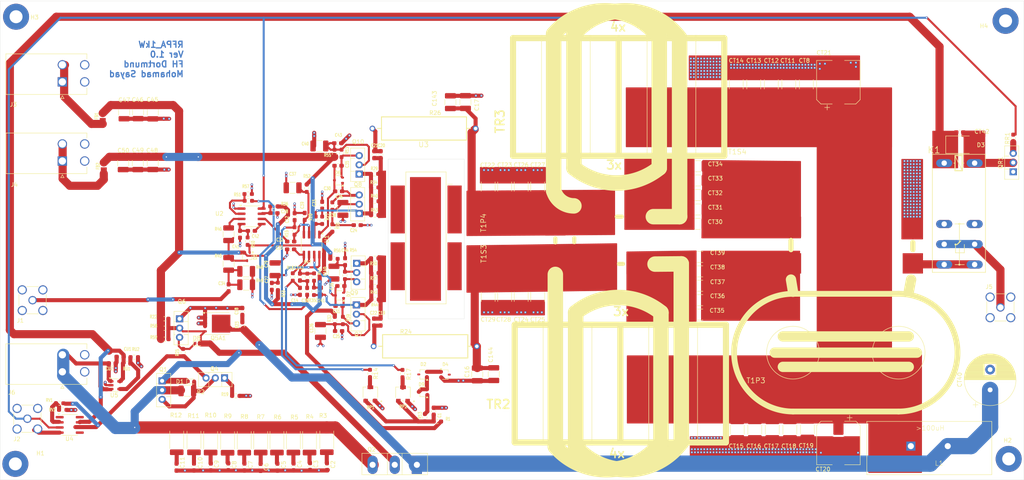
<source format=kicad_pcb>
(kicad_pcb (version 20240108) (generator "pcbnew") (generator_version "8.0")
  (layers (0 "F.Cu" signal) (1 "In1.Cu" signal) (2 "In2.Cu" signal) (31 "B.Cu" signal) (34 "B.Paste" user) (35 "F.Paste" user) (36 "B.SilkS" user "B.Overlay") (37 "F.SilkS" user "F.Overlay") (38 "B.Mask" user "B.Solder") (39 "F.Mask" user "F.Solder") (44 "Edge.Cuts" user))
  (net 0 "")
  (net 1 "Net-(C1-Pad1)")
  (net 2 "GND")
  (net 3 "Net-(C2-Pad1)")
  (net 4 "Net-(C3-Pad1)")
  (net 5 "Net-(C4-Pad1)")
  (net 6 "Net-(C5-Pad1)")
  (net 7 "Net-(C6-Pad1)")
  (net 8 "Net-(C7-Pad1)")
  (net 9 "Net-(C8-Pad1)")
  (net 10 "Net-(C9-Pad1)")
  (net 11 "Net-(C10-Pad1)")
  (net 12 "Net-(C11-Pad1)")
  (net 13 "Net-(C12-Pad1)")
  (net 14 "Net-(C14-Pad1)")
  (net 15 "D2")
  (net 16 "D1")
  (net 17 "Net-(L1-2)")
  (net 18 "Net-(C18-Pad1)")
  (net 19 "Output_OPV2_2")
  (net 20 "/HF Part/RFB2")
  (net 21 "/HF Part/RFB1")
  (net 22 "Output_OPV2_1")
  (net 23 "Net-(C23-Pad1)")
  (net 24 "Net-(Q8-C)")
  (net 25 "Net-(Q7-C)")
  (net 26 "Net-(U1-+VS)")
  (net 27 "Net-(U2-V+)")
  (net 28 "Net-(U1-OUT1)")
  (net 29 "Net-(Q8-B)")
  (net 30 "Net-(Q7-B)")
  (net 31 "Net-(U1-OUT2)")
  (net 32 "bias1")
  (net 33 "Output_OPV1")
  (net 34 "bias2")
  (net 35 "Input_Signal")
  (net 36 "Net-(C34-Pad2)")
  (net 37 "Net-(D6-A)")
  (net 38 "Net-(D7-A)")
  (net 39 "Net-(U1--VS)")
  (net 40 "Net-(C142-Pad1)")
  (net 41 "Net-(Q10-E)")
  (net 42 "Net-(U2-V-)")
  (net 43 "Net-(U2-C_{COMP})")
  (net 44 "Vp")
  (net 45 "Vn")
  (net 46 "Net-(C141-Pad1)")
  (net 47 "Net-(Q7-E)")
  (net 48 "Net-(U1--IN2)")
  (net 49 "Net-(D3-A)")
  (net 50 "Input_56V")
  (net 51 "Net-(D1-K)")
  (net 52 "/Switch/G")
  (net 53 "Net-(D9-A)")
  (net 54 "Net-(D2-A)")
  (net 57 "Net-(D5-K-Pad3)")
  (net 58 "Net-(D8-A)")
  (net 59 "Net-(D9-K-Pad1)")
  (net 60 "Enable")
  (net 61 "Output_56V")
  (net 62 "Net-(Q4-E)")
  (net 63 "/Switch/ENA")
  (net 64 "Net-(Q10-C)")
  (net 65 "Net-(U4--)")
  (net 66 "Net-(R14-Pad2)")
  (net 67 "Net-(R17-Pad2)")
  (net 68 "Net-(U1--IN1)")
  (net 69 "Net-(U2-+)")
  (net 70 "Net-(U2--)")
  (net 71 "Net-(U5-ADJ)")
  (net 75 "Net-(Q9-C)")
  (net 76 "Net-(J3-Pin_1)")
  (net 77 "Net-(J4-Pin_1)")
  (net 78 "V_25V")
  (net 79 "Net-(J5-In)")
  (net 80 "Net-(K1B-S)")
  (net 81 "/HF Part/OutP1")
  (net 82 "/HF Part/OutS1")
  (net 83 "/HF Part/OutP2")
  (net 84 "/HF Part/OutS2")
  (net 85 "Net-(QR1-B)")
  (footprint "Capacitor_SMD:C_0603_1608Metric_Pad1.08x0.95mm_HandSolder" (layer "F.Cu") (at 99.902 151.3505 -90)
    (property "Reference" "C3")
    (property "Value" "0.1uF")
  )
  (footprint "Resistor_SMD:R_0603_1608Metric_Pad0.98x0.95mm_HandSolder" (layer "F.Cu") (at 56.6335 124.399)
    (property "Reference" "RU2")
    (property "Value" "1.35k")
  )
  (footprint "Capacitor_SMD:C_1812_4532Metric_Pad1.57x3.40mm_HandSolder" (layer "F.Cu") (at 147.8085 82.3655 90)
    (property "Reference" "CT23")
    (property "Value" "120p")
  )
  (footprint "MountingHole:MountingHole_3.2mm_M3_Pad" (layer "F.Cu") (at 27.36 150.6955)
    (property "Reference" "H1")
    (property "Value" "MountingHole")
  )
  (footprint "Resistor_SMD:R_0603_1608Metric_Pad0.98x0.95mm_HandSolder" (layer "F.Cu") (at 84.711 85.875)
    (property "Reference" "R51")
    (property "Value" "470R")
  )
  (footprint "Capacitor_SMD:C_1210_3225Metric_Pad1.33x2.70mm_HandSolder" (layer "F.Cu") (at 134.4565 61.5625 -90)
    (property "Reference" "C143")
    (property "Value" "470p")
  )
  (footprint "Resistor_SMD:R_0603_1608Metric_Pad0.98x0.95mm_HandSolder" (layer "F.Cu") (at 131.245 140.2555)
    (property "Reference" "R1")
    (property "Value" "4k7")
  )
  (footprint "Capacitor_SMD:C_0603_1608Metric_Pad1.08x0.95mm_HandSolder" (layer "F.Cu") (at 97.411 104.654 90)
    (property "Reference" "C142")
    (property "Value" "NDA")
  )
  (footprint "Capacitor_SMD:CP_Elec_10x10.5" (layer "F.Cu") (at 229.9555 56.6505 90)
    (property "Reference" "CT21")
    (property "Value" "100u/63")
  )
  (footprint "Capacitor_SMD:C_0603_1608Metric_Pad1.08x0.95mm_HandSolder" (layer "F.Cu") (at 117.301 74.511 90)
    (property "Reference" "C20")
    (property "Value" "1nF")
  )
  (footprint "Resistor_SMD:R_1210_3225Metric_Pad1.30x2.65mm_HandSolder" (layer "F.Cu") (at 69.696 132.7145)
    (property "Reference" "R2")
    (property "Value" "330R")
  )
  (footprint "Capacitor_SMD:C_0603_1608Metric_Pad1.08x0.95mm_HandSolder" (layer "F.Cu") (at 108.526 100.87 90)
    (property "Reference" "C44")
    (property "Value" "0.1uF")
  )
  (footprint "Capacitor_SMD:C_1210_3225Metric_Pad1.33x2.70mm_HandSolder" (layer "F.Cu") (at 61.195 64.1165 -90)
    (property "Reference" "C45")
    (property "Value" "10uF")
  )
  (footprint "Capacitor_SMD:C_0603_1608Metric_Pad1.08x0.95mm_HandSolder" (layer "F.Cu") (at 91.877 151.488 -90)
    (property "Reference" "C5")
    (property "Value" "0.1uF")
  )
  (footprint "Capacitor_SMD:C_0603_1608Metric_Pad1.08x0.95mm_HandSolder" (layer "F.Cu") (at 115.651 115.7665 -90)
    (property "Reference" "C22")
    (property "Value" "DNA")
  )
  (footprint "Resistor_SMD:R_2512_6332Metric_Pad1.40x3.35mm_HandSolder" (layer "F.Cu") (at 87.752 144.8545 -90)
    (property "Reference" "R7")
    (property "Value" "2R2")
  )
  (footprint "Package_TO_SOT_SMD:SOT-323_SC-70" (layer "F.Cu") (at 127.67 128.6555 180)
    (property "Reference" "D2")
    (property "Value" "BAV99WT1G")
  )
  (footprint "Resistor_SMD:R_2512_6332Metric_Pad1.40x3.35mm_HandSolder" (layer "F.Cu") (at 75.427 144.8545 -90)
    (property "Reference" "R10")
    (property "Value" "2R2")
  )
  (footprint "Capacitor_SMD:C_1210_3225Metric_Pad1.33x2.70mm_HandSolder" (layer "F.Cu") (at 102.208 72.37 180)
    (property "Reference" "C40")
    (property "Value" "10uF")
  )
  (footprint "MountingHole:MountingHole_3.2mm_M3_Pad" (layer "F.Cu") (at 271.88 149.4785)
    (property "Reference" "H2")
    (property "Value" "MountingHole")
  )
  (footprint "Capacitor_SMD:C_1812_4532Metric_Pad1.57x3.40mm_HandSolder" (layer "F.Cu") (at 209.1275 57.1695 90)
    (property "Reference" "CT13")
    (property "Value" "100n")
  )
  (footprint "Resistor_SMD:R_0603_1608Metric_Pad0.98x0.95mm_HandSolder" (layer "F.Cu") (at 102.886 90.67 -90)
    (property "Reference" "R27")
    (property "Value" "470R")
  )
  (footprint "Capacitor_SMD:C_0603_1608Metric_Pad1.08x0.95mm_HandSolder" (layer "F.Cu") (at 98.586 89.7325 90)
    (property "Reference" "C39")
    (property "Value" "0.1uF")
  )
  (footprint "Capacitor_SMD:C_0603_1608Metric_Pad1.08x0.95mm_HandSolder" (layer "F.Cu") (at 106.7235 71.67)
    (property "Reference" "C43")
    (property "Value" "0.1uF")
  )
  (footprint "Package_TO_SOT_SMD:SOT-323_SC-70" (layer "F.Cu") (at 107.151 109.179 180)
    (property "Reference" "D7")
    (property "Value" "BAV99WT1G")
  )
  (footprint "Resistor_SMD:R_0603_1608Metric_Pad0.98x0.95mm_HandSolder" (layer "F.Cu") (at 105.386 92.57 -90)
    (property "Reference" "R31")
    (property "Value" "2R2")
  )
  (footprint "Capacitor_SMD:C_1210_3225Metric_Pad1.33x2.70mm_HandSolder" (layer "F.Cu") (at 57.504 76.619 -90)
    (property "Reference" "C49")
    (property "Value" "10uF")
  )
  (footprint "Capacitor_SMD:CP_Elec_10x10.5" (layer "F.Cu") (at 229.97 145.5505 -90)
    (property "Reference" "CT20")
    (property "Value" "100u/63")
  )
  (footprint "Capacitor_SMD:C_0603_1608Metric_Pad1.08x0.95mm_HandSolder" (layer "F.Cu") (at 95.852 151.438 -90)
    (property "Reference" "C4")
    (property "Value" "0.1uF")
  )
  (footprint "Capacitor_SMD:C_0603_1608Metric_Pad1.08x0.95mm_HandSolder" (layer "F.Cu") (at 102.586 108.154 -90)
    (property "Reference" "C141")
    (property "Value" "10p")
  )
  (footprint "Capacitor_SMD:C_1210_3225Metric_Pad1.33x2.70mm_HandSolder" (layer "F.Cu") (at 91.286 102.7425 90)
    (property "Reference" "C29")
    (property "Value" "10uF")
  )
  (footprint "Capacitor_SMD:C_1812_4532Metric_Pad1.57x3.40mm_HandSolder" (layer "F.Cu") (at 217.7635 57.1695 90)
    (property "Reference" "CT11")
    (property "Value" "10n")
  )
  (footprint "HF:SMDPAD2,5X4" (layer "F.Cu") (at 205.332 135.7625)
    (property "Reference" "T1P3")
    (property "Value" "THICKPINSMD2,5X4")
  )
  (footprint "Package_SO:SOIC-8_3.9x4.9mm_P1.27mm" (layer "F.Cu") (at 100.286 96.67 -90)
    (property "Reference" "U1")
    (property "Value" "AD8017ARZ")
  )
  (footprint "Capacitor_SMD:C_1812_4532Metric_Pad1.57x3.40mm_HandSolder" (layer "F.Cu") (at 147.8085 109.5435 90)
    (property "Reference" "CT28")
    (property "Value" "120p")
  )
  (footprint "Resistor_SMD:R_0603_1608Metric_Pad0.98x0.95mm_HandSolder" (layer "F.Cu") (at 38.2655 135.7625 180)
    (property "Reference" "RV1")
    (property "Value" "10k")
  )
  (footprint "Resistor_SMD:R_0603_1608Metric_Pad0.98x0.95mm_HandSolder" (layer "F.Cu") (at 99.086 82.77 90)
    (property "Reference" "R52")
    (property "Value" "2R2")
  )
  (footprint "Package_TO_SOT_THT:TO-126-3_Vertical" (layer "F.Cu") (at 273 78.7355 90)
    (property "Reference" "QR1")
    (property "Value" "BD139")
  )
  (footprint "Capacitor_SMD:C_0603_1608Metric_Pad1.08x0.95mm_HandSolder" (layer "F.Cu") (at 115.701 74.4985 90)
    (property "Reference" "C21")
    (property "Value" "DNA")
  )
  (footprint "HF:DOPPELRINGKERN" (layer "F.Cu") (at 174.852 134.4925)
    (property "Reference" "TR2")
    (property "Value" "~")
  )
  (footprint "Resistor_SMD:R_0603_1608Metric_Pad0.98x0.95mm_HandSolder" (layer "F.Cu") (at 114.654 128.4265 -90)
    (property "Reference" "R14")
    (property "Value" "120R")
  )
  (footprint "Capacitor_SMD:C_1210_3225Metric_Pad1.33x2.70mm_HandSolder" (layer "F.Cu") (at 195.8955 110.350868 180)
    (property "Reference" "CT36")
    (property "Value" "10n")
  )
  (footprint "Capacitor_SMD:C_0603_1608Metric_Pad1.08x0.95mm_HandSolder" (layer "F.Cu") (at 106.9385 83.545)
    (property "Reference" "C30")
    (property "Value" "0.1uF")
  )
  (footprint "Capacitor_SMD:C_0603_1608Metric_Pad1.08x0.95mm_HandSolder" (layer "F.Cu") (at 111.5235 91.87)
    (property "Reference" "C24")
    (property "Value" "0.1uF")
  )
  (footprint "Package_TO_SOT_THT:TO-126-3_Vertical" (layer "F.Cu") (at 112.001 79.289 90)
    (property "Reference" "Q10")
    (property "Value" "BD140")
  )
  (footprint "Capacitor_SMD:C_1812_4532Metric_Pad1.57x3.40mm_HandSolder" (layer "F.Cu") (at 209.3815 142.2595 -90)
    (property "Reference" "CT16")
    (property "Value" "10n")
  )
  (footprint "Capacitor_SMD:C_0603_1608Metric_Pad1.08x0.95mm_HandSolder" (layer "F.Cu") (at 99.186 108.1915 90)
    (property "Reference" "C38")
    (property "Value" "0.1uF")
  )
  (footprint "Capacitor_SMD:C_0603_1608Metric_Pad1.08x0.95mm_HandSolder" (layer "F.Cu") (at 117.276 115.7415 -90)
    (property "Reference" "C19")
    (property "Value" "1nF")
  )
  (footprint "Library:TO-247-3_MOSFET" (layer "F.Cu") (at 126.2 150.9285 180)
    (property "Reference" "Q2")
    (property "Value" "IXTH90P10P")
  )
  (footprint "Capacitor_SMD:C_0603_1608Metric_Pad1.08x0.95mm_HandSolder" (layer "F.Cu") (at 82.661 94.125 -90)
    (property "Reference" "C41")
    (property "Value" "0.1uF")
  )
  (footprint "Connector_Coaxial:SMA_Amphenol_901-144_Vertical" (layer "F.Cu") (at 30.326 139.5725)
    (property "Reference" "J2")
    (property "Value" "Enable")
  )
  (footprint "Capacitor_SMD:C_1812_4532Metric_Pad1.57x3.40mm_HandSolder" (layer "F.Cu") (at 213.4455 57.1695 90)
    (property "Reference" "CT12")
    (property "Value" "100n")
  )
  (footprint "Library:MOLEX_26013115" (layer "F.Cu") (at 38.93 56.5685 -90)
    (property "Reference" "J3")
    (property "Value" "Vp_8V")
  )
  (footprint "Package_TO_SOT_THT:TO-126-3_Vertical" (layer "F.Cu") (at 63.4835 130.244 -90)
    (property "Reference" "Q1")
    (property "Value" "BD139")
  )
  (footprint "Capacitor_THT:CP_Radial_D12.5mm_P5.00mm" (layer "F.Cu") (at 267.308 132.4605 90)
    (property "Reference" "CT40")
    (property "Value" "470u/63")
  )
  (footprint "Package_SO:SOIC-8_3.9x4.9mm_P1.27mm" (layer "F.Cu") (at 85.511 89.7)
    (property "Reference" "U2")
    (property "Value" "AD8021AR")
  )
  (footprint "Capacitor_SMD:C_0603_1608Metric_Pad1.08x0.95mm_HandSolder" (layer "F.Cu") (at 79.856 107.3145 90)
    (property "Reference" "C34")
    (property "Value" "4n7")
  )
  (footprint "Package_TO_SOT_SMD:SOT-323_SC-70" (layer "F.Cu") (at 133.17 128.7055)
    (property "Reference" "D4")
    (property "Value" "BAV99WT1G")
  )
  (footprint "Capacitor_SMD:C_1210_3225Metric_Pad1.33x2.70mm_HandSolder" (layer "F.Cu") (at 195.8955 99.6945 180)
    (property "Reference" "CT39")
    (property "Value" "10n")
  )
  (footprint "Resistor_SMD:R_2512_6332Metric_Pad1.40x3.35mm_HandSolder" (layer "F.Cu") (at 91.752 144.8545 -90)
    (property "Reference" "R6")
    (property "Value" "2R2")
  )
  (footprint "Capacitor_SMD:C_1812_4532Metric_Pad1.57x3.40mm_HandSolder" (layer "F.Cu") (at 213.6995 142.2595 -90)
    (property "Reference" "CT17")
    (property "Value" "100n")
  )
  (footprint "Resistor_SMD:R_0603_1608Metric_Pad0.98x0.95mm_HandSolder" (layer "F.Cu") (at 105.926 74.204 -90)
    (property "Reference" "R55")
    (property "Value" "2R2")
  )
  (footprint "Capacitor_SMD:C_0603_1608Metric_Pad1.08x0.95mm_HandSolder" (layer "F.Cu") (at 107.486 106.87)
    (property "Reference" "C36")
    (property "Value" "0.1uF")
  )
  (footprint "Capacitor_SMD:C_0603_1608Metric_Pad1.08x0.95mm_HandSolder" (layer "F.Cu") (at 130.345 137.7305 90)
    (property "Reference" "C1")
    (property "Value" "0.1uF")
  )
  (footprint "Package_TO_SOT_THT:TO-126-3_Vertical" (layer "F.Cu") (at 67.7835 114.9565 -90)
    (property "Reference" "Q6")
    (property "Value" "BD139")
  )
  (footprint "Capacitor_SMD:C_1210_3225Metric_Pad1.33x2.70mm_HandSolder" (layer "F.Cu") (at 195.3875 77.3425 180)
    (property "Reference" "CT34")
    (property "Value" "10n")
  )
  (footprint "Capacitor_SMD:C_1210_3225Metric_Pad1.33x2.70mm_HandSolder" (layer "F.Cu") (at 195.349 91.5665 180)
    (property "Reference" "CT30")
    (property "Value" "10n")
  )
  (footprint "Capacitor_SMD:C_1210_3225Metric_Pad1.33x2.70mm_HandSolder" (layer "F.Cu") (at 195.3875 88.0105 180)
    (property "Reference" "CT31")
    (property "Value" "10n")
  )
  (footprint "Capacitor_SMD:C_0603_1608Metric_Pad1.08x0.95mm_HandSolder" (layer "F.Cu") (at 83.752 151.463 -90)
    (property "Reference" "C7")
    (property "Value" "0.1uF")
  )
  (footprint "HF:KERN90_STEHEND_2PIN" (layer "F.Cu") (at 252.3395 146.3235 180)
    (property "Reference" "L1")
    (property "Value" ">100uH")
  )
  (footprint "Connector_Coaxial:SMA_Amphenol_901-144_Vertical" (layer "F.Cu") (at 269.848 112.1405)
    (property "Reference" "J5")
    (property "Value" "Output")
  )
  (footprint "Capacitor_SMD:C_1210_3225Metric_Pad1.33x2.70mm_HandSolder" (layer "F.Cu") (at 195.349 84.4545 180)
    (property "Reference" "CT32")
    (property "Value" "10n")
  )
  (footprint "Resistor_SMD:R_0603_1608Metric_Pad0.98x0.95mm_HandSolder" (layer "F.Cu") (at 91.986 106.97 -90)
    (property "Reference" "R33")
    (property "Value" "2R2")
  )
  (footprint "Resistor_SMD:R_1210_3225Metric_Pad1.30x2.65mm_HandSolder" (layer "F.Cu") (at 84.174 106.5525)
    (property "Reference" "R49")
    (property "Value" "100R")
  )
  (footprint "Capacitor_SMD:C_0603_1608Metric_Pad1.08x0.95mm_HandSolder" (layer "F.Cu") (at 67.027 151.488 -90)
    (property "Reference" "C11")
    (property "Value" "0.1uF")
  )
  (footprint "Resistor_SMD:R_0603_1608Metric_Pad0.98x0.95mm_HandSolder" (layer "F.Cu") (at 128.17 139.3055 90)
    (property "Reference" "R13")
    (property "Value" "120R")
  )
  (footprint "Package_TO_SOT_SMD:TDSON-8-1" (layer "F.Cu") (at 76.9585 116.1365)
    (property "Reference" "Q5A1")
    (property "Value" "BSC340N08NS3G")
  )
  (footprint "Capacitor_SMD:C_1210_3225Metric_Pad1.33x2.70mm_HandSolder" (layer "F.Cu") (at 195.8955 103.2505 180)
    (property "Reference" "CT38")
    (property "Value" "10n")
  )
  (footprint "Resistor_SMD:R_1210_3225Metric_Pad1.30x2.65mm_HandSolder" (layer "F.Cu") (at 79.856 94.1065 -90)
    (property "Reference" "R46")
    (property "Value" "100R")
  )
  (footprint "HF:G2RE" (layer "F.Cu") (at 259.815 91.5919 -90)
    (property "Reference" "K1")
    (property "Value" "~")
  )
  (footprint "Resistor_SMD:R_0603_1608Metric_Pad0.98x0.95mm_HandSolder" (layer "F.Cu") (at 95.646 104.645 -90)
    (property "Reference" "R18")
    (property "Value" "4k7")
  )
  (footprint "Capacitor_SMD:C_0603_1608Metric_Pad1.08x0.95mm_HandSolder" (layer "F.Cu") (at 95.1385 95.911)
    (property "Reference" "C32")
    (property "Value" "0.1uF")
  )
  (footprint "Capacitor_SMD:C_1210_3225Metric_Pad1.33x2.70mm_HandSolder" (layer "F.Cu") (at 145.12 128.588 90)
    (property "Reference" "C144")
    (property "Value" "470p")
  )
  (footprint "HF:SMDPAD2,5X4" (layer "F.Cu") (at 204.824 70.9925)
    (property "Reference" "T1S4")
    (property "Value" "THICKPINSMD2,5X4")
  )
  (footprint "Resistor_SMD:R_0603_1608Metric_Pad0.98x0.95mm_HandSolder" (layer "F.Cu") (at 108.486 104.2575 90)
    (property "Reference" "R54")
    (property "Value" "10k")
  )
  (footprint "Library:PVG3A" (layer "F.Cu") (at 122.782 133.4765 180)
    (property "Reference" "RP2")
    (property "Value" "R_Potentiometer")
  )
  (footprint "Resistor_SMD:R_0603_1608Metric_Pad0.98x0.95mm_HandSolder" (layer "F.Cu") (at 115.851 103.654 180)
    (property "Reference" "R37")
    (property "Value" "39R")
  )
  (footprint "Library:BLM21PG300SN1B" (layer "F.Cu") (at 49.129 77.319 -90)
    (property "Reference" "FB2")
    (property "Value" "FerriteBead")
  )
  (footprint "Capacitor_SMD:C_1812_4532Metric_Pad1.57x3.40mm_HandSolder" (layer "F.Cu") (at 155.9365 82.3655 90)
    (property "Reference" "CT27")
    (property "Value" "120p")
  )
  (footprint "Resistor_SMD:R_0603_1608Metric_Pad0.98x0.95mm_HandSolder" (layer "F.Cu") (at 100.886 104.6665 90)
    (property "Reference" "R42")
    (property "Value" "220R")
  )
  (footprint "Resistor_SMD:R_0603_1608Metric_Pad0.98x0.95mm_HandSolder" (layer "F.Cu") (at 115.751 79.229 180)
    (property "Reference" "R29")
    (property "Value" "39R")
  )
  (footprint "Resistor_SMD:R_2512_6332Metric_Pad1.40x3.35mm_HandSolder" (layer "F.Cu") (at 99.777 144.8545 -90)
    (property "Reference" "R4")
    (property "Value" "2R2")
  )
  (footprint "Capacitor_SMD:C_1210_3225Metric_Pad1.33x2.70mm_HandSolder" (layer "F.Cu") (at 105.786 103.57 -90)
    (property "Reference" "C140")
    (property "Value" "10uF")
  )
  (footprint "Capacitor_SMD:C_0603_1608Metric_Pad1.08x0.95mm_HandSolder" (layer "F.Cu") (at 53.146 124.3065 180)
    (property "Reference" "CU1")
    (property "Value" "1uF")
  )
  (footprint "Library:D_SOD-523_new" (layer "F.Cu") (at 72.3085 121.0065)
    (property "Reference" "D8")
    (property "Value" "BAT54XV2T5G")
  )
  (footprint "Library:D_SOD-523_new" (layer "F.Cu") (at 70.6835 130.399)
    (property "Reference" "D1")
    (property "Value" "BAT54XV2T5G")
  )
  (footprint "Library:BLM21PG300SN1B" (layer "F.Cu") (at 48.868 65.1505 -90)
    (property "Reference" "FB1")
    (property "Value" "FerriteBead")
  )
  (footprint "Capacitor_SMD:C_1812_4532Metric_Pad1.57x3.40mm_HandSolder" (layer "F.Cu") (at 151.8725 82.3655 90)
    (property "Reference" "CT26")
    (property "Value" "120p")
  )
  (footprint "Resistor_SMD:R_0603_1608Metric_Pad0.98x0.95mm_HandSolder" (layer "F.Cu") (at 84.6735 84.2 180)
    (property "Reference" "R57")
    (property "Value" "470R")
  )
  (footprint "Capacitor_SMD:C_1812_4532Metric_Pad1.57x3.40mm_HandSolder" (layer "F.Cu") (at 143.7445 109.5435 90)
    (property "Reference" "CT29")
    (property "Value" "120p")
  )
  (footprint "Capacitor_SMD:C_1812_4532Metric_Pad1.57x3.40mm_HandSolder" (layer "F.Cu") (at 143.7445 82.3655 90)
    (property "Reference" "CT22")
    (property "Value" "120p")
  )
  (footprint "Capacitor_SMD:C_0603_1608Metric_Pad1.08x0.95mm_HandSolder" (layer "F.Cu") (at 79.777 151.413 -90)
    (property "Reference" "C8")
    (property "Value" "0.1uF")
  )
  (footprint "Library:MOLEX_26013115" (layer "F.Cu") (at 38.93 76.0725 -90)
    (property "Reference" "J4")
    (property "Value" "Vn_-5V")
  )
  (footprint "HF:SMDPAD2,5X4" (layer "F.Cu") (at 140.054 91.3125 -90)
    (property "Reference" "T1P4")
    (property "Value" "THICKPINSMD2,5X4")
  )
  (footprint "Resistor_SMD:R_2512_6332Metric_Pad1.40x3.35mm_HandSolder" (layer "F.Cu") (at 79.602 144.9045 -90)
    (property "Reference" "R9")
    (property "Value" "2R2")
  )
  (footprint "Package_TO_SOT_THT:TO-126-3_Vertical" (layer "F.Cu") (at 111.326 111.529 -90)
    (property "Reference" "Q7")
    (property "Value" "BD139")
  )
  (footprint "Resistor_SMD:R_0603_1608Metric_Pad0.98x0.95mm_HandSolder" (layer "F.Cu") (at 122.654 128.4515 -90)
    (property "Reference" "R17")
    (property "Value" "120R")
  )
  (footprint "Resistor_SMD:R_0603_1608Metric_Pad0.98x0.95mm_HandSolder" (layer "F.Cu") (at 39.0275 137.384)
    (property "Reference" "RV2")
    (property "Value" "2k")
  )
  (footprint "Capacitor_SMD:C_1210_3225Metric_Pad1.33x2.70mm_HandSolder" (layer "F.Cu") (at 102.461 117.944 -90)
    (property "Reference" "C126")
    (property "Value" "10uF")
  )
  (footprint "Capacitor_SMD:C_1210_3225Metric_Pad1.33x2.70mm_HandSolder" (layer "F.Cu") (at 57.57 64.0665 -90)
    (property "Reference" "C46")
    (property "Value" "10uF")
  )
  (footprint "Resistor_SMD:R_0603_1608Metric_Pad0.98x0.95mm_HandSolder" (layer "F.Cu") (at 64.171 119.9815)
    (property "Reference" "R59")
    (property "Value" "220R")
  )
  (footprint "Resistor_SMD:R_2512_6332Metric_Pad1.40x3.35mm_HandSolder" (layer "F.Cu") (at 95.802 144.8545 -90)
    (property "Reference" "R5")
    (property "Value" "2R2")
  )
  (footprint "Resistor_SMD:R_0603_1608Metric_Pad0.98x0.95mm_HandSolder" (layer "F.Cu") (at 115.8135 82.579 180)
    (property "Reference" "R34")
    (property "Value" "39R")
  )
  (footprint "Capacitor_SMD:C_0603_1608Metric_Pad1.08x0.95mm_HandSolder" (layer "F.Cu") (at 91.011 88.9)
    (property "Reference" "C28")
    (property "Value" "0.1uF")
  )
  (footprint "Capacitor_SMD:C_0603_1608Metric_Pad1.08x0.95mm_HandSolder" (layer "F.Cu") (at 106.9235 117.97)
    (property "Reference" "C25")
    (property "Value" "0.1uF")
  )
  (footprint "Capacitor_SMD:C_1210_3225Metric_Pad1.33x2.70mm_HandSolder" (layer "F.Cu") (at 54.125 64.0915 -90)
    (property "Reference" "C47")
    (property "Value" "10uF")
  )
  (footprint "Library:AX_1.000X.225_.034" (layer "F.Cu") (at 130.3255 122.2155 180)
    (property "Reference" "R24")
    (property "Value" "270R")
  )
  (footprint "Capacitor_SMD:C_1210_3225Metric_Pad1.33x2.70mm_HandSolder" (layer "F.Cu") (at 195.8955 106.8065 180)
    (property "Reference" "CT37")
    (property "Value" "10n")
  )
  (footprint "HF:BLF188" (layer "F.Cu") (at 126.788 77.9985 -90)
    (property "Reference" "U3")
    (property "Value" "BLF188XRU")
  )
  (footprint "Capacitor_SMD:C_0603_1608Metric_Pad1.08x0.95mm_HandSolder" (layer "F.Cu") (at 87.727 151.538 -90)
    (property "Reference" "C6")
    (property "Value" "0.1uF")
  )
  (footprint "Resistor_SMD:R_0603_1608Metric_Pad0.98x0.95mm_HandSolder" (layer "F.Cu") (at 115.8385 85.979 180)
    (property "Reference" "R40")
    (property "Value" "39R")
  )
  (footprint "Resistor_SMD:R_0603_1608Metric_Pad0.98x0.95mm_HandSolder" (layer "F.Cu") (at 99.236 104.729 -90)
    (property "Reference" "R47")
    (property "Value" "220R")
  )
  (footprint "Resistor_SMD:R_0603_1608Metric_Pad0.98x0.95mm_HandSolder" (layer "F.Cu") (at 105.786 100.17 180)
    (property "Reference" "R56")
    (property "Value" "2R2")
  )
  (footprint "Capacitor_SMD:C_1812_4532Metric_Pad1.57x3.40mm_HandSolder" (layer "F.Cu") (at 155.9365 109.5435 90)
    (property "Reference" "CT25")
    (property "Value" "120p")
  )
  (footprint "Package_TO_SOT_SMD:SOT-323_SC-70" (layer "F.Cu") (at 106.901 80.804 180)
    (property "Reference" "D6")
    (property "Value" "BAV99WT1G")
  )
  (footprint "Capacitor_SMD:C_1210_3225Metric_Pad1.33x2.70mm_HandSolder" (layer "F.Cu") (at 138.1565 61.5375 -90)
    (property "Reference" "C17")
    (property "Value" "470p")
  )
  (footprint "MountingHole:MountingHole_3.2mm_M3_Pad" (layer "F.Cu") (at 271.118 41.5285)
    (property "Reference" "H4")
    (property "Value" "MountingHole")
  )
  (footprint "Capacitor_SMD:C_1210_3225Metric_Pad1.33x2.70mm_HandSolder" (layer "F.Cu") (at 53.909 76.619 -90)
    (property "Reference" "C50")
    (property "Value" "10uF")
  )
  (footprint "Resistor_SMD:R_0603_1608Metric_Pad0.98x0.95mm_HandSolder" (layer "F.Cu") (at 96.076 93.311 90)
    (property "Reference" "R15")
    (property "Value" "4k7")
  )
  (footprint "Capacitor_SMD:C_0603_1608Metric_Pad1.08x0.95mm_HandSolder" (layer "F.Cu") (at 51.2085 125.9065)
    (property "Reference" "CU2")
    (property "Value" "1uF")
  )
  (footprint "Resistor_SMD:R_2512_6332Metric_Pad1.40x3.35mm_HandSolder" (layer "F.Cu") (at 83.702 144.8795 -90)
    (property "Reference" "R8")
    (property "Value" "2R2")
  )
  (footprint "Resistor_SMD:R_0603_1608Metric_Pad0.98x0.95mm_HandSolder" (layer "F.Cu") (at 68.6585 123.2815 90)
    (property "Reference" "R25")
    (property "Value" "4k7")
  )
  (footprint "Capacitor_SMD:C_0603_1608Metric_Pad1.08x0.95mm_HandSolder" (layer "F.Cu") (at 95.126 97.836)
    (property "Reference" "C33")
    (property "Value" "0.1uF")
  )
  (footprint "MountingHole:MountingHole_3.2mm_M3_Pad" (layer "F.Cu") (at 27.532 40.5125)
    (property "Reference" "H3")
    (property "Value" "MountingHole")
  )
  (footprint "Capacitor_SMD:C_1812_4532Metric_Pad1.57x3.40mm_HandSolder" (layer "F.Cu") (at 222.0815 57.1695 90)
    (property "Reference" "CT8")
    (property "Value" "10n")
  )
  (footprint "Resistor_SMD:R_0603_1608Metric_Pad0.98x0.95mm_HandSolder" (layer "F.Cu") (at 105.986 115.37 90)
    (property "Reference" "R32")
    (property "Value" "2R2")
  )
  (footprint "Capacitor_SMD:C_0603_1608Metric_Pad1.08x0.95mm_HandSolder" (layer "F.Cu") (at 107.0385 111.804)
    (property "Reference" "C31")
    (property "Value" "0.1uF")
  )
  (footprint "Capacitor_SMD:C_1210_3225Metric_Pad1.33x2.70mm_HandSolder" (layer "F.Cu") (at 195.3875 80.8585 180)
    (property "Reference" "CT33")
    (property "Value" "10n")
  )
  (footprint "Resistor_SMD:R_0603_1608Metric_Pad0.98x0.95mm_HandSolder" (layer "F.Cu") (at 107.651 74.179 90)
    (property "Reference" "R53")
    (property "Value" "10k")
  )
  (footprint "Resistor_SMD:R_0603_1608Metric_Pad0.98x0.95mm_HandSolder" (layer "F.Cu") (at 100.861 108.179 90)
    (property "Reference" "R35")
    (property "Value" "220R")
  )
  (footprint "Capacitor_SMD:C_1812_4532Metric_Pad1.57x3.40mm_HandSolder" (layer "F.Cu") (at 218.0175 142.2595 -90)
    (property "Reference" "CT18")
    (property "Value" "100n")
  )
  (footprint "Resistor_SMD:R_0603_1608Metric_Pad0.98x0.95mm_HandSolder" (layer "F.Cu") (at 115.8885 110.179 180)
    (property "Reference" "R44")
    (property "Value" "39R")
  )
  (footprint "Capacitor_SMD:C_1812_4532Metric_Pad1.57x3.40mm_HandSolder" (layer "F.Cu") (at 151.8725 109.5435 90)
    (property "Reference" "CT24")
    (property "Value" "120p")
  )
  (footprint "Resistor_SMD:R_0603_1608Metric_Pad0.98x0.95mm_HandSolder" (layer "F.Cu") (at 81.6335 133.944)
    (property "Reference" "R19")
    (property "Value" "120R")
  )
  (footprint "Library:AX_1.000X.225_.034" (layer "F.Cu") (at 130.0285 68.536 180)
    (property "Reference" "R26")
    (property "Value" "270R")
  )
  (footprint "HF:SMDPAD2,5X4" (layer "F.Cu") (at 140.054 98.9325 90)
    (property "Reference" "T1S3")
    (property "Value" "THICKPINSMD2,5X4")
  )
  (footprint "Package_TO_SOT_THT:TO-126-3_Vertical" (layer "F.Cu") (at 78.8585 129.544 180)
    (property "Reference" "Q4")
    (property "Value" "BD139")
  )
  (footprint "Resistor_SMD:R_0603_1608Metric_Pad0.98x0.95mm_HandSolder" (layer "F.Cu") (at 91.011 87.25)
    (property "Reference" "R36")
    (property "Value" "2R2")
  )
  (footprint "Resistor_SMD:R_2512_6332Metric_Pad1.40x3.35mm_HandSolder" (layer "F.Cu") (at 71.327 144.8045 -90)
    (property "Reference" "R11")
    (property "Value" "2R2")
  )
  (footprint "Resistor_SMD:R_0603_1608Metric_Pad0.98x0.95mm_HandSolder" (layer "F.Cu") (at 107.986 115.37 90)
    (property "Reference" "R39")
    (property "Value" "10k")
  )
  (footprint "Capacitor_SMD:C_0603_1608Metric_Pad1.08x0.95mm_HandSolder" (layer "F.Cu") (at 83.2335 113.1565 90)
    (property "Reference" "C18")
    (property "Value" "1nF")
  )
  (footprint "Resistor_SMD:R_0603_1608Metric_Pad0.98x0.95mm_HandSolder" (layer "F.Cu") (at 273 70.483 90)
    (property "Reference" "RR1")
    (property "Value" "1K")
  )
  (footprint "Capacitor_SMD:C_0603_1608Metric_Pad1.08x0.95mm_HandSolder" (layer "F.Cu") (at 71.327 151.463 -90)
    (property "Reference" "C10")
    (property "Value" "0.1uF")
  )
  (footprint "Package_TO_SOT_THT:TO-126-3_Vertical" (layer "F.Cu") (at 111.376 101.279 -90)
    (property "Reference" "Q9")
    (property "Value" "BD140")
  )
  (footprint "Library:MOLEX_26013115" (layer "F.Cu") (at 38.93 128.0105 -90)
    (property "Reference" "J6")
    (property "Value" "Input_56V")
  )
  (footprint "Resistor_SMD:R_0603_1608Metric_Pad0.98x0.95mm_HandSolder" (layer "F.Cu") (at 115.8385 89.404 180)
    (property "Reference" "R43")
    (property "Value" "39R")
  )
  (footprint "Diode_SMD:D_SMB" (layer "F.Cu") (at 260.05 72.0455)
    (property "Reference" "D3")
    (property "Value" "D")
  )
  (footprint "Package_TO_SOT_SMD:SOT-323_SC-70" (layer "F.Cu") (at 84.428 99.625 -90)
    (property "Reference" "D5")
    (property "Value" "BAV99WT1G")
  )
  (footprint "Package_TO_SOT_THT:TO-126-3_Vertical" (layer "F.Cu") (at 112.001 88.989 90)
    (property "Reference" "Q8")
    (property "Value" "BD139")
  )
  (footprint "Resistor_SMD:R_0603_1608Metric_Pad0.98x0.95mm_HandSolder" (layer "F.Cu") (at 115.8635 107.004 180)
    (property "Reference" "R41")
    (property "Value" "39R")
  )
  (footprint "Capacitor_SMD:C_0603_1608Metric_Pad1.08x0.95mm_HandSolder" (layer "F.Cu") (at 106.786 77.229)
    (property "Reference" "C35")
    (property "Value" "0.1uF")
  )
  (footprint "Resistor_SMD:R_0603_1608Metric_Pad0.98x0.95mm_HandSolder" (layer "F.Cu") (at 64.1085 114.9315)
    (property "Reference" "R22")
    (property "Value" "220R")
  )
  (footprint "Capacitor_SMD:C_0603_1608Metric_Pad1.08x0.95mm_HandSolder" (layer "F.Cu") (at 259.83 68.9755)
    (property "Reference" "CT42")
    (property "Value" "100n")
  )
  (footprint "HF:DOPPELLMANTEL_STEHEND" (layer "F.Cu") (at 255.992 138.3015 90)
    (property "Reference" "TR4" (hide yes))
    (property "Value" "BALUN" (hide yes))
  )
  (footprint "Capacitor_SMD:C_1210_3225Metric_Pad1.33x2.70mm_HandSolder" (layer "F.Cu") (at 195.8955 113.9185 180)
    (property "Reference" "CT35")
    (property "Value" "10n")
  )
  (footprint "Capacitor_SMD:C_1812_4532Metric_Pad1.57x3.40mm_HandSolder" (layer "F.Cu") (at 205.0635 142.2595 -90)
    (property "Reference" "CT15")
    (property "Value" "10n")
  )
  (footprint "Resistor_SMD:R_0603_1608Metric_Pad0.98x0.95mm_HandSolder" (layer "F.Cu") (at 83.2335 116.7315 90)
    (property "Reference" "R23")
    (property "Value" "2R2")
  )
  (footprint "Library:PVG3A" (layer "F.Cu") (at 114.7495 133.4765 180)
    (property "Reference" "RP1")
    (property "Value" "R_Potentiometer")
  )
  (footprint "Resistor_SMD:R_0603_1608Metric_Pad0.98x0.95mm_HandSolder" (layer "F.Cu") (at 101.286 90.6575 90)
    (property "Reference" "R28")
    (property "Value" "470R")
  )
  (footprint "Capacitor_SMD:C_1210_3225Metric_Pad1.33x2.70mm_HandSolder" (layer "F.Cu") (at 61.179 76.594 -90)
    (property "Reference" "C48")
    (property "Value" "10uF")
  )
  (footprint "Resistor_SMD:R_2512_6332Metric_Pad1.40x3.35mm_HandSolder" (layer "F.Cu") (at 67.077 144.7795 -90)
    (property "Reference" "R12")
    (property "Value" "2R2")
  )
  (footprint "Capacitor_SMD:C_0603_1608Metric_Pad1.08x0.95mm_HandSolder" (layer "F.Cu") (at 104.0725 151.3795 -90)
    (property "Reference" "C2")
    (property "Value" "0.1uF")
  )
  (footprint "Capacitor_SMD:C_0603_1608Metric_Pad1.08x0.95mm_HandSolder" (layer "F.Cu") (at 102.886 86.97 90)
    (property "Reference" "C23")
    (property "Value" "0.1uF")
  )
  (footprint "Capacitor_SMD:C_1210_3225Metric_Pad1.33x2.70mm_HandSolder" (layer "F.Cu") (at 141.07 128.6505 90)
    (property "Reference" "C16")
    (property "Value" "470p")
  )
  (footprint "Capacitor_SMD:C_0603_1608Metric_Pad1.08x0.95mm_HandSolder" (layer "F.Cu") (at 96.101 89.786 90)
    (property "Reference" "C12")
    (property "Value" "0.1uF")
  )
  (footprint "Package_TO_SOT_SMD:SOT-323_SC-70" (layer "F.Cu") (at 127.67 132.9555 180)
    (property "Reference" "D9")
    (property "Value" "BAV99WT1G")
  )
  (footprint "Capacitor_SMD:C_1210_3225Metric_Pad1.33x2.70mm_HandSolder" (layer "F.Cu") (at 107.986 87.87 -90)
    (property "Reference" "C26")
    (property "Value" "10uF")
  )
  (footprint "Package_SO:SOIC-8_3.9x4.9mm_P1.27mm" (layer "F.Cu") (at 40.74 141.0965)
    (property "Reference" "U4")
    (property "Value" "AD8033")
  )
  (footprint "Capacitor_SMD:C_1812_4532Metric_Pad1.57x3.40mm_HandSolder" (layer "F.Cu") (at 204.8095 57.1695 90)
    (property "Reference" "CT14")
    (property "Value" "1u")
  )
  (footprint "Capacitor_SMD:C_0603_1608Metric_Pad1.08x0.95mm_HandSolder" (layer "F.Cu") (at 90.486 106.97 -90)
    (property "Reference" "C27")
    (property "Value" "0.1uF")
  )
  (footprint "Capacitor_SMD:C_0603_1608Metric_Pad1.08x0.95mm_HandSolder" (layer "F.Cu") (at 97.421 108.1825 -90)
    (property "Reference" "C14")
    (property "Value" "0.1uF")
  )
  (footprint "Capacitor_SMD:C_1812_4532Metric_Pad1.57x3.40mm_HandSolder" (layer "F.Cu") (at 222.3355 142.154 -90)
    (property "Reference" "CT19")
    (property "Value" "1u")
  )
  (footprint "Resistor_SMD:R_1210_3225Metric_Pad1.30x2.65mm_HandSolder" (layer "F.Cu") (at 79.856 101.4155 -90)
    (property "Reference" "R45")
    (property "Value" "100R")
  )
  (footprint "Capacitor_SMD:C_0603_1608Metric_Pad1.08x0.95mm_HandSolder" (layer "F.Cu") (at 75.477 151.4505 -90)
    (property "Reference" "C9")
    (property "Value" "0.1uF")
  )
  (footprint "Package_TO_SOT_SMD:SOT-23-5" (layer "F.Cu") (at 51.9835 131.3065)
    (property "Reference" "U5")
    (property "Value" "LT3014xS5")
  )
  (footprint "Resistor_SMD:R_2512_6332Metric_Pad1.40x3.35mm_HandSolder" (layer "F.Cu") (at 104.0225 144.771 -90)
    (property "Reference" "R3")
    (property "Value" "2R2")
  )
  (footprint "Resistor_SMD:R_0603_1608Metric_Pad0.98x0.95mm_HandSolder" (layer "F.Cu") (at 115.826 100.029 180)
    (property "Reference" "R30")
    (property "Value" "39R")
  )
  (footprint "Resistor_SMD:R_0603_1608Metric_Pad0.98x0.95mm_HandSolder" (layer "F.Cu") (at 64.1585 117.2815)
    (property "Reference" "R58")
    (property "Value" "220R")
  )
  (footprint "Resistor_SMD:R_0603_1608Metric_Pad0.98x0.95mm_HandSolder" (layer "F.Cu") (at 105.386 87.17 90)
    (property "Reference" "R38")
    (property "Value" "10k")
  )
  (footprint "Resistor_SMD:R_0603_1608Metric_Pad0.98x0.95mm_HandSolder" (layer "F.Cu") (at 54.7585 125.9815)
    (property "Reference" "RU1")
    (property "Value" "25.2k")
  )
  (footprint "HF:DOPPELRINGKERN_REV" (layer "F.Cu") (at 175.374 56.605816)
    (property "Reference" "TR3")
    (property "Value" "~")
  )
  (footprint "Resistor_SMD:R_1210_3225Metric_Pad1.30x2.65mm_HandSolder" (layer "F.Cu") (at 84.174 103.2505)
    (property "Reference" "R48")
    (property "Value" "100R")
  )
  (footprint "Connector_Coaxial:SMA_Amphenol_901-144_Vertical" (layer "F.Cu") (at 31.596 110.3625)
    (property "Reference" "J1")
    (property "Value" "Input")
  )
  (footprint "Resistor_SMD:R_0603_1608Metric_Pad0.98x0.95mm_HandSolder" (layer "F.Cu") (at 84.536 95.825 -90)
    (property "Reference" "R50")
    (property "Value" "2R2")
  )
  (footprint "Capacitor_SMD:C_0603_1608Metric_Pad1.08x0.95mm_HandSolder" (layer "F.Cu") (at 85.461 93.275 180)
    (property "Reference" "C42")
    (property "Value" "10p")
  )
  (footprint "Capacitor_SMD:C_1210_3225Metric_Pad1.33x2.70mm_HandSolder" (layer "F.Cu") (at 95.604 82.6765 180)
    (property "Reference" "C37")
    (property "Value" "10uF")
  )
  (gr_poly (pts (xy 118.5985 78.435103) (xy 116.636 78.4715) (xy 116.636 90.1265) (xy 118.5985 90.0765) (xy 118.5985 82.3655)) (fill solid) (layer "F.Cu") (net 22))
  (gr_poly (pts (xy 116.561 99.281) (xy 116.561 110.936) (xy 118.5985 110.8135) (xy 118.5985 108.2735) (xy 118.5985 99.3835)) (fill solid) (layer "F.Cu") (net 19))
  (gr_rect (start 23.6045 36.6375) (end 275.6045 154.6375) (stroke (width 0.05)) (fill none) (layer "Edge.Cuts"))
  (gr_rect (start 119.1065 75.5645) (end 137.9025 114.9345) (stroke (width 0.05)) (fill none) (layer "Edge.Cuts"))
  (gr_text "RFPA_1kW\nVer 1.0\nFH Dortmund \nMohamad Sayad" (at 68.934 55.4985 0) (layer "B.Cu") (effects (font (size 1.5 1.5) (thickness 0.3) (bold yes)) (justify left bottom mirror)))
  (segment (start 130.3325 140.2555) (end 130.3325 138.6055) (width 1) (layer "F.Cu") (net 1))
  (segment (start 126.5455 140.2555) (end 121.5415 135.2515) (width 1) (layer "F.Cu") (net 1))
  (segment (start 113.504 135.1265) (end 118.604 140.2265) (width 1) (layer "F.Cu") (net 1))
  (segment (start 118.604 140.2265) (end 126.5165 140.2265) (width 1) (layer "F.Cu") (net 1))
  (segment (start 130.3325 138.6055) (end 130.345 138.593) (width 1) (layer "F.Cu") (net 1))
  (segment (start 130.3325 140.2555) (end 126.5455 140.2555) (width 1) (layer "F.Cu") (net 1))
  (segment (start 74.0585 116.0815) (end 72.446 116.0815) (width 1) (layer "F.Cu") (net 2))
  (segment (start 94.2635 99.27) (end 93.786 99.7475) (width 0.5) (layer "F.Cu") (net 2))
  (segment (start 141.12 130.263) (end 141.07 130.213) (width 1) (layer "F.Cu") (net 2))
  (segment (start 33.155 143.0015) (end 32.4975 142.344) (width 1) (layer "F.Cu") (net 2))
  (segment (start 94.0415 79.806) (end 94.0415 82.1685) (width 0.5) (layer "F.Cu") (net 2))
  (segment (start 104.9235 105.1325) (end 105.786 105.1325) (width 0.5) (layer "F.Cu") (net 2))
  (segment (start 96.101 86.585) (end 96.101 87.455) (width 0.5) (layer "F.Cu") (net 2))
  (segment (start 77.6895 152.3505) (end 81.5895 152.3505) (width 1) (layer "F.Cu") (net 2))
  (segment (start 83.036 87.795) (end 81.411 87.795) (width 0.5) (layer "F.Cu") (net 2))
  (segment (start 85.698 108.8385) (end 85.724 108.8125) (width 0.5) (layer "F.Cu") (net 2))
  (segment (start 81.411 87.795) (end 81.086 87.47) (width 0.5) (layer "F.Cu") (net 2))
  (segment (start 53.909 78.1815) (end 63.9215 78.1815) (width 1) (layer "F.Cu") (net 2))
  (segment (start 125.054 136.5265) (end 125.754 137.2265) (width 1) (layer "F.Cu") (net 2))
  (segment (start 136.4575 130.213) (end 137.5825 130.213) (width 1) (layer "F.Cu") (net 2))
  (segment (start 140.744 59.975) (end 142.069 59.975) (width 1) (layer "F.Cu") (net 2))
  (segment (start 107.786 119.87) (end 107.786 119.045) (width 0.5) (layer "F.Cu") (net 2))
  (segment (start 114.086 91.87) (end 114.986 91.87) (width 0.5) (layer "F.Cu") (net 2))
  (segment (start 94.0415 79.806) (end 94.0415 79.031) (width 0.5) (layer "F.Cu") (net 2))
  (segment (start 93.7635 99.77) (end 92.5635 100.97) (width 0.5) (layer "F.Cu") (net 2))
  (segment (start 82.546 133.944) (end 84.1385 133.944) (width 1) (layer "F.Cu") (net 2))
  (segment (start 104.1475 152.317) (end 104.2725 152.192) (width 1) (layer "F.Cu") (net 2))
  (segment (start 115.854 135.1265) (end 117.054 136.3265) (width 1) (layer "F.Cu") (net 2))
  (segment (start 138.1565 59.975) (end 140.719 59.975) (width 1) (layer "F.Cu") (net 2))
  (segment (start 123.8415 135.314) (end 125.054 136.5265) (width 1) (layer "F.Cu") (net 2))
  (segment (start 85.724 108.8125) (end 85.724 103.588) (width 0.5) (layer "F.Cu") (net 2))
  (segment (start 50.846 131.3065) (end 49.691 131.3065) (width 0.5) (layer "F.Cu") (net 2))
  (segment (start 107.986 90.47) (end 107.486 90.97) (width 0.5) (layer "F.Cu") (net 2))
  (segment (start 82.686 96.97) (end 82.661 96.945) (width 0.5) (layer "F.Cu") (net 2))
  (segment (start 108.786 70.57) (end 109.586 69.77) (width 1) (layer "F.Cu") (net 2))
  (segment (start 102.886 84.57) (end 102.886 83.67) (width 0.5) (layer "F.Cu") (net 2))
  (segment (start 140.719 59.975) (end 140.7315 59.9625) (width 1) (layer "F.Cu") (net 2))
  (segment (start 107.786 119.045) (end 107.786 117.97) (width 0.5) (layer "F.Cu") (net 2))
  (segment (start 103.6185 106.4375) (end 104.0685 105.9875) (width 0.5) (layer "F.Cu") (net 2))
  (segment (start 85.698 109.6005) (end 85.698 108.8385) (width 0.5) (layer "F.Cu") (net 2))
  (segment (start 96.261 109.0375) (end 95.2585 109.0375) (width 0.5) (layer "F.Cu") (net 2))
  (segment (start 134.4565 60) (end 138.1315 60) (width 1) (layer "F.Cu") (net 2))
  (segment (start 107.986 90.47) (end 108.486 90.97) (width 0.5) (layer "F.Cu") (net 2))
  (segment (start 93.786 99.7475) (end 93.786 99.77) (width 0.5) (layer "F.Cu") (net 2))
  (segment (start 63.9275 65.654) (end 65.2275 65.654) (width 1) (layer "F.Cu") (net 2))
  (segment (start 76.7335 112.294) (end 70.446 112.2815) (width 1) (layer "F.Cu") (net 2))
  (segment (start 144.62 130.263) (end 141.12 130.263) (width 1) (layer "F.Cu") (net 2))
  (segment (start 137.6575 130.213) (end 141.07 130.213) (width 1) (layer "F.Cu") (net 2))
  (segment (start 96.1545 88.87) (end 96.101 88.9235) (width 0.5) (layer "F.Cu") (net 2))
  (segment (start 112.386 91.87) (end 114.086 91.87) (width 0.5) (layer "F.Cu") (net 2))
  (segment (start 82.661 96.245) (end 82.686 96.27) (width 0.5) (layer "F.Cu") (net 2))
  (segment (start 96.0775 88.9) (end 96.101 88.9235) (width 0.5) (layer "F.Cu") (net 2))
  (segment (start 93.8145 152.3505) (end 97.8145 152.3505) (width 1) (layer "F.Cu") (net 2))
  (segment (start 133.0275 130.213) (end 132.17 129.3555) (width 1) (layer "F.Cu") (net 2))
  (segment (start 103.6085 106.4375) (end 103.6185 106.4375) (width 0.5) (layer "F.Cu") (net 2))
  (segment (start 101.811 121.569) (end 102.461 120.919) (width 0.5) (layer "F.Cu") (net 2))
  (segment (start 102.886 84.57) (end 102.886 86.1075) (width 0.5) (layer "F.Cu") (net 2))
  (segment (start 107.686 71.67) (end 108.786 70.57) (width 1) (layer "F.Cu") (net 2))
  (segment (start 89.8145 152.3505) (end 93.7395 152.3505) (width 1) (layer "F.Cu") (net 2))
  (segment (start 74.0585 116.0815) (end 74.0585 116.7715) (width 1) (layer "F.Cu") (net 2))
  (segment (start 100.9235 69.9075) (end 100.9235 69.1075) (width 1) (layer "F.Cu") (net 2))
  (segment (start 81.7145 152.3505) (end 85.5645 152.3505) (width 1) (layer "F.Cu") (net 2))
  (segment (start 81.086 87.47) (end 81.086 86.57) (width 0.5) (layer "F.Cu") (net 2))
  (segment (start 104.0685 105.9875) (end 104.9235 105.1325) (width 0.5) (layer "F.Cu") (net 2))
  (segment (start 49.691 131.3065) (end 49.4835 131.099) (width 0.5) (layer "F.Cu") (net 2))
  (segment (start 90.486 109.17) (end 90.486 107.8325) (width 0.5) (layer "F.Cu") (net 2))
  (segment (start 52.071 127.0865) (end 52.071 125.9065) (width 1) (layer "F.Cu") (net 2))
  (segment (start 123.8415 135.2515) (end 123.8415 135.314) (width 1) (layer "F.Cu") (net 2))
  (segment (start 74.0585 112.344) (end 74.0585 114.6565) (width 1) (layer "F.Cu") (net 2))
  (segment (start 93.786 99.77) (end 93.7635 99.77) (width 0.5) (layer "F.Cu") (net 2))
  (segment (start 73.6145 152.3505) (end 77.6145 152.3505) (width 1) (layer "F.Cu") (net 2))
  (segment (start 91.8735 89.9575) (end 91.8735 88.9) (width 0.5) (layer "F.Cu") (net 2))
  (segment (start 96.101 87.455) (end 96.101 88.9235) (width 0.5) (layer "F.Cu") (net 2))
  (segment (start 41.14 137.4215) (end 42.14 137.4215) (width 1) (layer "F.Cu") (net 2))
  (segment (start 70.446 112.294) (end 67.7835 114.9565) (width 1) (layer "F.Cu") (net 2))
  (segment (start 74.0585 114.6565) (end 74.0585 116.0815) (width 1) (layer "F.Cu") (net 2))
  (segment (start 32.4975 142.344) (end 32.0175 142.344) (width 1) (layer "F.Cu") (net 2))
  (segment (start 83.2335 112.294) (end 79.5585 112.294) (width 1) (layer "F.Cu") (net 2))
  (segment (start 107.586 71.67) (end 107.686 71.67) (width 1) (layer "F.Cu") (net 2))
  (segment (start 67.027 152.3505) (end 69.0895 152.3505) (width 1) (layer "F.Cu") (net 2))
  (segment (start 74.0585 114.6565) (end 72.496 114.6565) (width 1) (layer "F.Cu") (net 2))
  (segment (start 32.0175 142.344) (end 31.99 142.3715) (width 1) (layer "F.Cu") (net 2))
  (segment (start 132.4075 136.868) (end 133.37 136.868) (width 1) (layer "F.Cu") (net 2))
  (segment (start 92.5635 100.97) (end 91.4235 100.97) (width 0.5) (layer "F.Cu") (net 2))
  (segment (start 52.071 127.899) (end 52.071 127.1115) (width 1) (layer "F.Cu") (net 2))
  (segment (start 84.2285 133.944) (end 85.1385 133.944) (width 1) (layer "F.Cu") (net 2))
  (segment (start 103.161 121.619) (end 102.461 120.919) (width 0.5) (layer "F.Cu") (net 2))
  (segment (start 57.546 124.399) (end 57.5585 125.824) (width 1) (layer "F.Cu") (net 2))
  (segment (start 117.054 136.3265) (end 117.754 137.0265) (width 1) (layer "F.Cu") (net 2))
  (segment (start 97.8395 152.3505) (end 101.8895 152.3505) (width 1) (layer "F.Cu") (net 2))
  (segment (start 69.1145 152.3505) (end 73.5395 152.3505) (width 1) (layer "F.Cu") (net 2))
  (segment (start 108.526 96.305) (end 108.536 96.295) (width 0.5) (layer "F.Cu") (net 2))
  (segment (start 82.661 94.9875) (end 82.661 96.245) (width 0.5) (layer "F.Cu") (net 2))
  (segment (start 54.125 65.654) (end 63.8625 65.654) (width 1) (layer "F.Cu") (net 2))
  (segment (start 85.586 82.77) (end 85.586 81.87) (width 0.5) (layer "F.Cu") (net 2))
  (segment (start 57.5585 125.824) (end 57.546 125.8365) (width 0.5) (layer "F.Cu") (net 2))
  (segment (start 108.526 97.045) (end 108.526 96.305) (width 0.5) (layer "F.Cu") (net 2))
  (segment (start 142.069 59.975) (end 142.0815 59.9625) (width 1) (layer "F.Cu") (net 2))
  (segment (start 100.9235 72.37) (end 100.9235 69.9075) (width 1) (layer "F.Cu") (net 2))
  (segment (start 107.986 89.4325) (end 107.986 90.47) (width 0.5) (layer "F.Cu") (net 2))
  (segment (start 140.7315 59.9625) (end 140.744 59.975) (width 1) (layer "F.Cu") (net 2))
  (segment (start 40.0435 137.4215) (end 41.14 137.4215) (width 1) (layer "F.Cu") (net 2))
  (segment (start 91.4235 100.97) (end 91.386 101.0075) (width 0.5) (layer "F.Cu") (net 2))
  (segment (start 102.11 152.317) (end 104.1475 152.317) (width 1) (layer "F.Cu") (net 2))
  (segment (start 82.661 96.945) (end 82.661 96.295) (width 0.5) (layer "F.Cu") (net 2))
  (segment (start 90.486 109.87) (end 90.486 109.17) (width 0.5) (layer "F.Cu") (net 2))
  (segment (start 64.0365 78.1815) (end 65.1215 78.1815) (width 1) (layer "F.Cu") (net 2))
  (segment (start 98.586 88.87) (end 96.1545 88.87) (width 0.5) (layer "F.Cu") (net 2))
  (segment (start 108.526 97.045) (end 108.526 100.0075) (width 0.5) (layer "F.Cu") (net 2))
  (segment (start 52.2835 124.3065) (end 52.2835 125.694) (width 1) (layer "F.Cu") (net 2))
  (segment (start 96.2685 109.045) (end 97.421 109.045) (width 0.5) (layer "F.Cu") (net 2))
  (segment (start 96.2685 109.045) (end 96.261 109.0375) (width 0.5) (layer "F.Cu") (net 2))
  (segment (start 85.586 82.77) (end 85.586 84.2) (width 0.5) (layer "F.Cu") (net 2))
  (segment (start 82.661 96.295) (end 82.686 96.27) (width 0.5) (layer "F.Cu") (net 2))
  (segment (start 94.2635 99.27) (end 94.2635 97.836) (width 0.5) (layer "F.Cu") (net 2))
  (segment (start 138.1315 60) (end 138.1565 59.975) (width 1) (layer "F.Cu") (net 2))
  (segment (start 130.345 136.868) (end 132.3325 136.868) (width 1) (layer "F.Cu") (net 2))
  (segment (start 57.546 125.8365) (end 58.3835 126.674) (width 1) (layer "F.Cu") (net 2))
  (segment (start 136.4575 130.213) (end 133.0275 130.213) (width 1) (layer "F.Cu") (net 2))
  (segment (start 102.461 119.5065) (end 102.461 120.919) (width 0.5) (layer "F.Cu") (net 2))
  (segment (start 79.5335 112.294) (end 76.8085 112.294) (width 1) (layer "F.Cu") (net 2))
  (segment (start 85.7395 152.3505) (end 89.6895 152.3505) (width 1) (layer "F.Cu") (net 2))
  (segment (start 115.804 135.1265) (end 115.854 135.1265) (width 1) (layer "F.Cu") (net 2))
  (segment (start 38.265 143.0015) (end 33.155 143.0015) (width 1) (layer "F.Cu") (net 2))
  (segment (start 49.4835 131.099) (end 49.4835 130.599) (width 0.75) (layer "F.Cu") (net 2))
  (via (at 247.75 87.5025) (size 0.6) (drill 0.3) (layers "F.Cu" "B.Cu") (net 2))
  (via (at 76.771 112.2565) (size 0.6) (drill 0.3) (layers "F.Cu" "B.Cu") (net 2))
  (via (at 104.0685 105.9875) (size 0.6) (drill 0.3) (layers "F.Cu" "B.Cu") (net 2))
  (via (at 195.4115 52.3435) (size 0.6) (drill 0.3) (layers "F.Cu" "B.Cu") (net 2))
  (via (at 196.1735 55.3915) (size 0.6) (drill 0.3) (layers "F.Cu" "B.Cu") (net 2))
  (via (at 198.4595 147.0855) (size 0.6) (drill 0.3) (layers "F.Cu" "B.Cu") (net 2))
  (via (at 234.796 147.9545) (size 0.6) (drill 0.3) (layers "F.Cu" "B.Cu") (net 2))
  (via (at 210.3975 53.1055) (size 0.6) (drill 0.3) (layers "F.Cu" "B.Cu") (net 2))
  (via (at 193.6335 51.5815) (size 0.6) (drill 0.3) (layers "F.Cu" "B.Cu") (net 2))
  (via (at 211.9215 52.3435) (size 0.6) (drill 0.3) (layers "F.Cu" "B.Cu") (net 2))
  (via (at 246.988 77.5965) (size 0.6) (drill 0.3) (layers "F.Cu" "B.Cu") (net 2))
  (via (at 207.6035 147.0855) (size 0.6) (drill 0.3) (layers "F.Cu" "B.Cu") (net 2))
  (via (at 214.2075 52.3435) (size 0.6) (drill 0.3) (layers "F.Cu" "B.Cu") (net 2))
  (via (at 84.1835 133.899) (size 0.6) (drill 0.3) (layers "F.Cu" "B.Cu") (net 2))
  (via (at 85.698 109.6005) (size 0.6) (drill 0.3) (layers "F.Cu" "B.Cu") (net 2))
  (via (at 217.2555 52.3435) (size 0.6) (drill 0.3) (layers "F.Cu" "B.Cu") (net 2))
  (via (at 93.777 152.288) (size 0.6) (drill 0.3) (layers "F.Cu" "B.Cu") (net 2))
  (via (at 223.6055 147.8475) (size 0.6) (drill 0.3) (layers "F.Cu" "B.Cu") (net 2))
  (via (at 194.6495 147.8475) (size 0.6) (drill 0.3) (layers "F.Cu" "B.Cu") (net 2))
  (via (at 117.054 136.3265) (size 0.6) (drill 0.3) (layers "F.Cu" "B.Cu") (net 2))
  (via (at 216.7475 147.0855) (size 0.6) (drill 0.3) (layers "F.Cu" "B.Cu") (net 2))
  (via (at 108.786 70.57) (size 0.6) (drill 0.3) (layers "F.Cu" "B.Cu") (net 2))
  (via (at 246.988 81.4065) (size 0.6) (drill 0.3) (layers "F.Cu" "B.Cu") (net 2))
  (via (at 205.3175 147.8475) (size 0.6) (drill 0.3) (layers "F.Cu" "B.Cu") (net 2))
  (via (at 194.6495 147.0855) (size 0.6) (drill 0.3) (layers "F.Cu" "B.Cu") (net 2))
  (via (at 196.1735 53.8675) (size 0.6) (drill 0.3) (layers "F.Cu" "B.Cu") (net 2))
  (via (at 248.512 89.7885) (size 0.6) (drill 0.3) (layers "F.Cu" "B.Cu") (net 2))
  (via (at 218.2715 147.0855) (size 0.6) (drill 0.3) (layers "F.Cu" "B.Cu") (net 2))
  (via (at 199.2215 50.8195) (size 0.6) (drill 0.3) (layers "F.Cu" "B.Cu") (net 2))
  (via (at 196.9355 55.3915) (size 0.6) (drill 0.3) (layers "F.Cu" "B.Cu") (net 2))
  (via (at 198.4595 147.8475) (size 0.6) (drill 0.3) (layers "F.Cu" "B.Cu") (net 2))
  (via (at 200.7455 54.6295) (size 0.6) (drill 0.3) (layers "F.Cu" "B.Cu") (net 2))
  (via (at 249.274 89.0265) (size 0.6) (drill 0.3) (layers "F.Cu" "B.Cu") (net 2))
  (via (at 222.8435 147.0855) (size 0.6) (drill 0.3) (layers "F.Cu" "B.Cu") (net 2))
  (via (at 194.3955 55.3915) (size 0.6) (drill 0.3) (layers "F.Cu" "B.Cu") (net 2))
  (via (at 217.5095 147.8475) (size 0.6) (drill 0.3) (layers "F.Cu" "B.Cu") (net 2))
  (via (at 202.2695 147.0855) (size 0.6) (drill 0.3) (layers "F.Cu" "B.Cu") (net 2))
  (via (at 144.7605 113.3535) (size 0.6) (drill 0.3) (layers "F.Cu" "B.Cu") (net 2))
  (via (at 152.8885 113.3535) (size 0.6) (drill 0.3) (layers "F.Cu" "B.Cu") (net 2))
  (via (at 107.486 90.97) (size 0.6) (drill 0.3) (layers "F.Cu" "B.Cu") (net 2))
  (via (at 69.102 152.338) (size 0.6) (drill 0.3) (layers "F.Cu" "B.Cu") (net 2))
  (via (at 199.2215 54.6295) (size 0.6) (drill 0.3) (layers "F.Cu" "B.Cu") (net 2))
  (via (at 250.036 81.4065) (size 0.6) (drill 0.3) (layers "F.Cu" "B.Cu") (net 2))
  (via (at 248.512 81.4065) (size 0.6) (drill 0.3) (layers "F.Cu" "B.Cu") (net 2))
  (via (at 250.036 78.3585) (size 0.6) (drill 0.3) (layers "F.Cu" "B.Cu") (net 2))
  (via (at 250.036 89.7885) (size 0.6) (drill 0.3) (layers "F.Cu" "B.Cu") (net 2))
  (via (at 250.036 80.6445) (size 0.6) (drill 0.3) (layers "F.Cu" "B.Cu") (net 2))
  (via (at 215.9855 147.0855) (size 0.6) (drill 0.3) (layers "F.Cu" "B.Cu") (net 2))
  (via (at 197.1895 144.2915) (size 0.6) (drill 0.3) (layers "F.Cu" "B.Cu") (net 2))
  (via (at 248.512 88.2645) (size 0.6) (drill 0.3) (layers "F.Cu" "B.Cu") (net 2))
  (via (at 234.2735 52.8515) (size 0.6) (drill 0.3) (layers "F.Cu" "B.Cu") (net 2))
  (via (at 195.4115 55.3915) (size 0.6) (drill 0.3) (layers "F.Cu" "B.Cu") (net 2))
  (via (at 194.3955 50.8195) (size 0.6) (drill 0.3) (layers "F.Cu" "B.Cu") (net 2))
  (via (at 199.9835 55.3915) (size 0.6) (drill 0.3) (layers "F.Cu" "B.Cu") (net 2))
  (via (at 248.512 83.6925) (size 0.6) (drill 0.3) (layers "F.Cu" "B.Cu") (net 2))
  (via (at 196.1735 147.8475) (size 0.6) (drill 0.3) (layers "F.Cu" "B.Cu") (net 2))
  (via (at 196.9355 50.8195) (size 0.6) (drill 0.3) (layers "F.Cu" "B.Cu") (net 2))
  (via (at 196.9355 54.6295) (size 0.6) (drill 0.3) (layers "F.Cu" "B.Cu") (net 2))
  (via (at 216.7475 147.8475) (size 0.6) (drill 0.3) (layers "F.Cu" "B.Cu") (net 2))
  (via (at 211.4135 147.0855) (size 0.6) (drill 0.3) (layers "F.Cu" "B.Cu") (net 2))
  (via (at 152.8885 78.3015) (size 0.6) (drill 0.3) (layers "F.Cu" "B.Cu") (net 2))
  (via (at 197.6975 54.6295) (size 0.6) (drill 0.3) (layers "F.Cu" "B.Cu") (net 2))
  (via (at 206.8415 147.8475) (size 0.6) (drill 0.3) (layers "F.Cu" "B.Cu") (net 2))
  (via (at 247.75 79.1205) (size 0.6) (drill 0.3) (layers "F.Cu" "B.Cu") (net 2))
  (via (at 81.086 86.57) (size 0.6) (drill 0.3) (layers "F.Cu" "B.Cu") (net 2))
  (via (at 210.6515 147.0855) (size 0.6) (drill 0.3) (layers "F.Cu" "B.Cu") (net 2))
  (via (at 247.75 79.8825) (size 0.6) (drill 0.3) (layers "F.Cu" "B.Cu") (net 2))
  (via (at 77.652 152.313) (size 0.6) (drill 0.3) (layers "F.Cu" "B.Cu") (net 2))
  (via (at 195.4115 50.8195) (size 0.6) (drill 0.3) (layers "F.Cu" "B.Cu") (net 2))
  (via (at 198.4595 52.3435) (size 0.6) (drill 0.3) (layers "F.Cu" "B.Cu") (net 2))
  (via (at 219.7955 147.8475) (size 0.6) (drill 0.3) (layers "F.Cu" "B.Cu") (net 2))
  (via (at 195.4115 147.8475) (size 0.6) (drill 0.3) (layers "F.Cu" "B.Cu") (net 2))
  (via (at 200.7455 55.3915) (size 0.6) (drill 0.3) (layers "F.Cu" "B.Cu") (net 2))
  (via (at 246.988 80.6445) (size 0.6) (drill 0.3) (layers "F.Cu" "B.Cu") (net 2))
  (via (at 219.5415 52.3435) (size 0.6) (drill 0.3) (layers "F.Cu" "B.Cu") (net 2))
  (via (at 246.988 79.1205) (size 0.6) (drill 0.3) (layers "F.Cu" "B.Cu") (net 2))
  (via (at 156.9525 78.3015) (size 0.6) (drill 0.3) (layers "F.Cu" "B.Cu") (net 2))
  (via (at 82.686 96.27) (size 0.6) (drill 0.3) (layers "F.Cu" "B.Cu") (net 2))
  (via (at 250.036 84.4545) (size 0.6) (drill 0.3) (layers "F.Cu" "B.Cu") (net 2))
  (via (at 198.4595 53.8675) (size 0.6) (drill 0.3) (layers "F.Cu" "B.Cu") (net 2))
  (via (at 209.6355 53.1055) (size 0.6) (drill 0.3) (layers "F.Cu" "B.Cu") (net 2))
  (via (at 96.2685 109.045) (size 0.6) (drill 0.3) (layers "F.Cu" "B.Cu") (net 2))
  (via (at 246.988 84.4545) (size 0.6) (drill 0.3) (layers "F.Cu" "B.Cu") (net 2))
  (via (at 150.8565 113.3535) (size 0.6) (drill 0.3) (layers "F.Cu" "B.Cu") (net 2))
  (via (at 249.274 88.2645) (size 0.6) (drill 0.3) (layers "F.Cu" "B.Cu") (net 2))
  (via (at 196.1735 52.3435) (size 0.6) (drill 0.3) (layers "F.Cu" "B.Cu") (net 2))
  (via (at 224.1135 52.3435) (size 0.6) (drill 0.3) (layers "F.Cu" "B.Cu") (net 2))
  (via (at 211.9215 53.1055) (size 0.6) (drill 0.3) (layers "F.Cu" "B.Cu") (net 2))
  (via (at 212.9375 147.0855) (size 0.6) (drill 0.3) (layers "F.Cu" "B.Cu") (net 2))
  (via (at 209.1275 147.0855) (size 0.6) (drill 0.3) (layers "F.Cu" "B.Cu") (net 2))
  (via (at 207.6035 147.8475) (size 0.6) (drill 0.3) (layers "F.Cu" "B.Cu") (net 2))
  (via (at 85.677 152.288) (size 0.6) (drill 0.3) (layers "F.Cu" "B.Cu") (net 2))
  (via (at 79.546 112.3065) (size 0.6) (drill 0.3) (layers "F.Cu" "B.Cu") (net 2))
  (via (at 97.827 152.363) (size 0.6) (drill 0.3) (layers "F.Cu" "B.Cu") (net 2))
  (via (at 102.886 84.57) (size 0.6) (drill 0.3) (layers "F.Cu" "B.Cu") (net 2))
  (via (at 52.071 127.899) (size 0.6) (drill 0.3) (layers "F.Cu" "B.Cu") (net 2))
  (via (at 193.6335 50.8195) (size 0.6) (drill 0.3) (layers "F.Cu" "B.Cu") (net 2))
  (via (at 217.2555 53.1055) (size 0.6) (drill 0.3) (layers "F.Cu" "B.Cu") (net 2))
  (via (at 199.4755 144.2915) (size 0.6) (drill 0.3) (layers "F.Cu" "B.Cu") (net 2))
  (via (at 210.3975 52.3435) (size 0.6) (drill 0.3) (layers "F.Cu" "B.Cu") (net 2))
  (via (at 221.0655 53.1055) (size 0.6) (drill 0.3) (layers "F.Cu" "B.Cu") (net 2))
  (via (at 210.6515 147.8475) (size 0.6) (drill 0.3) (layers "F.Cu" "B.Cu") (net 2))
  (via (at 196.1735 147.0855) (size 0.6) (drill 0.3) (layers "F.Cu" "B.Cu") (net 2))
  (via (at 147.8085 113.3535) (size 0.6) (drill 0.3) (layers "F.Cu" "B.Cu") (net 2))
  (via (at 215.2235 147.8475) (size 0.6) (drill 0.3) (layers "F.Cu" "B.Cu") (net 2))
  (via (at 93.786 99.77) (size 0.6) (drill 0.3) (layers "F.Cu" "B.Cu") (net 2))
  (via (at 247.75 88.2645) (size 0.6) (drill 0.3) (layers "F.Cu" "B.Cu") (net 2))
  (via (at 246.988 82.1685) (size 0.6) (drill 0.3) (layers "F.Cu" "B.Cu") (net 2))
  (via (at 199.2215 147.0855) (size 0.6) (drill 0.3) (layers "F.Cu" "B.Cu") (net 2))
  (via (at 204.5555 147.0855) (size 0.6) (drill 0.3) (layers "F.Cu" "B.Cu") (net 2))
  (via (at 248.512 79.1205) (size 0.6) (drill 0.3) (layers "F.Cu" "B.Cu") (net 2))
  (via (at 194.3955 53.1055) (size 0.6) (drill 0.3) (layers "F.Cu" "B.Cu") (net 2))
  (via (at 200.7455 51.5815) (size 0.6) (drill 0.3) (layers "F.Cu" "B.Cu") (net 2))
  (via (at 216.4935 52.3435) (size 0.6) (drill 0.3) (layers "F.Cu" "B.Cu") (net 2))
  (via (at 249.274 85.9785) (size 0.6) (drill 0.3) (layers "F.Cu" "B.Cu") (net 2))
  (via (at 249.274 87.5025) (size 0.6) (drill 0.3) (layers "F.Cu" "B.Cu") (net 2))
  (via (at 146.7925 113.3535) (size 0.6) (drill 0.3) (layers "F.Cu" "B.Cu") (net 2))
  (via (at 107.786 119.87) (size 0.6) (drill 0.3) (layers "F.Cu" "B.Cu") (net 2))
  (via (at 148.8245 78.3015) (size 0.6) (drill 0.3) (layers "F.Cu" "B.Cu") (net 2))
  (via (at 248.512 85.9785) (size 0.6) (drill 0.3) (layers "F.Cu" "B.Cu") (net 2))
  (via (at 219.5415 53.1055) (size 0.6) (drill 0.3) (layers "F.Cu" "B.Cu") (net 2))
  (via (at 155.9365 78.3015) (size 0.6) (drill 0.3) (layers "F.Cu" "B.Cu") (net 2))
  (via (at 214.4615 147.0855) (size 0.6) (drill 0.3) (layers "F.Cu" "B.Cu") (net 2))
  (via (at 100.9235 69.1075) (size 0.6) (drill 0.3) (layers "F.Cu" "B.Cu") (net 2))
  (via (at 246.226 86.7405) (size 0.6) (drill 0.3) (layers "F.Cu" "B.Cu") (net 2))
  (via (at 208.1115 52.3435) (size 0.6) (drill 0.3) (layers "F.Cu" "B.Cu") (net 2))
  (via (at 90.486 109.17) (size 0.6) (drill 0.3) (layers "F.Cu" "B.Cu") (net 2))
  (via (at 65.2275 65.654) (size 0.6) (drill 0.3) (layers "F.Cu" "B.Cu") (net 2))
  (via (at 82.686 96.97) (size 0.6) (drill 0.3) (layers "F.Cu" "B.Cu") (net 2))
  (via (at 199.2215 52.3435) (size 0.6) (drill 0.3) (layers "F.Cu" "B.Cu") (net 2))
  (via (at 250.036 83.6925) (size 0.6) (drill 0.3) (layers "F.Cu" "B.Cu") (net 2))
  (via (at 248.512 79.8825) (size 0.6) (drill 0.3) (layers "F.Cu" "B.Cu") (net 2))
  (via (at 223.3515 53.1055) (size 0.6) (drill 0.3) (layers "F.Cu" "B.Cu") (net 2))
  (via (at 58.3835 126.674) (size 0.6) (drill 0.3) (layers "F.Cu" "B.Cu") (net 2))
  (via (at 250.036 85.2165) (size 0.6) (drill 0.3) (layers "F.Cu" "B.Cu") (net 2))
  (via (at 193.8875 144.2915) (size 0.6) (drill 0.3) (layers "F.Cu" "B.Cu") (net 2))
  (via (at 199.2215 55.3915) (size 0.6) (drill 0.3) (layers "F.Cu" "B.Cu") (net 2))
  (via (at 234.2735 51.8355) (size 0.6) (drill 0.3) (layers "F.Cu" "B.Cu") (net 2))
  (via (at 85.1835 133.899) (size 0.6) (drill 0.3) (layers "F.Cu" "B.Cu") (net 2))
  (via (at 197.6975 50.8195) (size 0.6) (drill 0.3) (layers "F.Cu" "B.Cu") (net 2))
  (via (at 156.9525 113.3535) (size 0.6) (drill 0.3) (layers "F.Cu" "B.Cu") (net 2))
  (via (at 102.886 83.67) (size 0.6) (drill 0.3) (layers "F.Cu" "B.Cu") (net 2))
  (via (at 213.4455 53.1055) (size 0.6) (drill 0.3) (layers "F.Cu" "B.Cu") (net 2))
  (via (at 199.2215 147.8475) (size 0.6) (drill 0.3) (layers "F.Cu" "B.Cu") (net 2))
  (via (at 221.8275 53.1055) (size 0.6) (drill 0.3) (layers "F.Cu" "B.Cu") (net 2))
  (via (at 247.75 81.4065) (size 0.6) (drill 0.3) (layers "F.Cu" "B.Cu") (net 2))
  (via (at 250.036 79.8825) (size 0.6) (drill 0.3) (layers "F.Cu" "B.Cu") (net 2))
  (via (at 81.652 152.288) (size 0.6) (drill 0.3) (layers "F.Cu" "B.Cu") (net 2))
  (via (at 225.3835 53.3595) (size 0.6) (drill 0.3) (layers "F.Cu" "B.Cu") (net 2))
  (via (at 142.7285 113.3535) (size 0.6) (drill 0.3) (layers "F.Cu" "B.Cu") (net 2))
  (via (at 216.4935 53.1055) (size 0.6) (drill 0.3) (layers "F.Cu" "B.Cu") (net 2))
  (via (at 151.8725 113.3535) (size 0.6) (drill 0.3) (layers "F.Cu" "B.Cu") (net 2))
  (via (at 248.512 86.7405) (size 0.6) (drill 0.3) (layers "F.Cu" "B.Cu") (net 2))
  (via (at 96.101 86.585) (size 0.6) (drill 0.3) (layers "F.Cu" "B.Cu") (net 2))
  (via (at 196.1735 51.5815) (size 0.6) (drill 0.3) (layers "F.Cu" "B.Cu") (net 2))
  (via (at 249.274 83.6925) (size 0.6) (drill 0.3) (layers "F.Cu" "B.Cu") (net 2))
  (via (at 215.9855 147.8475) (size 0.6) (drill 0.3) (layers "F.Cu" "B.Cu") (net 2))
  (via (at 246.988 88.2645) (size 0.6) (drill 0.3) (layers "F.Cu" "B.Cu") (net 2))
  (via (at 197.6975 147.8475) (size 0.6) (drill 0.3) (layers "F.Cu" "B.Cu") (net 2))
  (via (at 248.512 84.4545) (size 0.6) (drill 0.3) (layers "F.Cu" "B.Cu") (net 2))
  (via (at 224.1135 53.1055) (size 0.6) (drill 0.3) (layers "F.Cu" "B.Cu") (net 2))
  (via (at 212.9375 147.8475) (size 0.6) (drill 0.3) (layers "F.Cu" "B.Cu") (net 2))
  (via (at 205.0635 52.3435) (size 0.6) (drill 0.3) (layers "F.Cu" "B.Cu") (net 2))
  (via (at 147.8085 78.3015) (size 0.6) (drill 0.3) (layers "F.Cu" "B.Cu") (net 2))
  (via (at 199.9835 147.8475) (size 0.6) (drill 0.3) (layers "F.Cu" "B.Cu") (net 2))
  (via (at 246.988 76.0725) (size 0.6) (drill 0.3) (layers "F.Cu" "B.Cu") (net 2))
  (via (at 94.2635 99.27) (size 0.6) (drill 0.3) (layers "F.Cu" "B.Cu") (net 2))
  (via (at 193.8875 147.0855) (size 0.6) (drill 0.3) (layers "F.Cu" "B.Cu") (net 2))
  (via (at 247.75 85.9785) (size 0.6) (drill 0.3) (layers "F.Cu" "B.Cu") (net 2))
  (via (at 198.4595 51.5815) (size 0.6) (drill 0.3) (layers "F.Cu" "B.Cu") (net 2))
  (via (at 196.9355 147.8475) (size 0.6) (drill 0.3) (layers "F.Cu" "B.Cu") (net 2))
  (via (at 248.512 85.2165) (size 0.6) (drill 0.3) (layers "F.Cu" "B.Cu") (net 2))
  (via (at 219.0335 147.0855) (size 0.6) (drill 0.3) (layers "F.Cu" "B.Cu") (net 2))
  (via (at 203.5395 52.3435) (size 0.6) (drill 0.3) (layers "F.Cu" "B.Cu") (net 2))
  (via (at 209.1275 147.8475) (size 0.6) (drill 0.3) (layers "F.Cu" "B.Cu") (net 2))
  (via (at 217.5095 147.0855) (size 0.6) (drill 0.3) (layers "F.Cu" "B.Cu") (net 2))
  (via (at 250.036 89.0265) (size 0.6) (drill 0.3) (layers "F.Cu" "B.Cu") (net 2))
  (via (at 199.2215 53.8675) (size 0.6) (drill 0.3) (layers "F.Cu" "B.Cu") (net 2))
  (via (at 196.9355 147.0855) (size 0.6) (drill 0.3) (layers "F.Cu" "B.Cu") (net 2))
  (via (at 199.9835 53.1055) (size 0.6) (drill 0.3) (layers "F.Cu" "B.Cu") (net 2))
  (via (at 143.7445 113.3535) (size 0.6) (drill 0.3) (layers "F.Cu" "B.Cu") (net 2))
  (via (at 250.036 77.5965) (size 0.6) (drill 0.3) (layers "F.Cu" "B.Cu") (net 2))
  (via (at 195.4115 147.0855) (size 0.6) (drill 0.3) (layers "F.Cu" "B.Cu") (net 2))
  (via (at 250.036 88.2645) (size 0.6) (drill 0.3) (layers "F.Cu" "B.Cu") (net 2))
  (via (at 136.4575 130.213) (size 0.6) (drill 0.3) (layers "F.Cu" "B.Cu") (net 2))
  (via (at 108.526 97.045) (size 0.6) (drill 0.3) (layers "F.Cu" "B.Cu") (net 2))
  (via (at 52.0835 127.099) (size 0.6) (drill 0.3) (layers "F.Cu" "B.Cu") (net 2))
  (via (at 200.2375 144.2915) (size 0.6) (drill 0.3) (layers "F.Cu" "B.Cu") (net 2))
  (via (at 212.1755 147.0855) (size 0.6) (drill 0.3) (layers "F.Cu" "B.Cu") (net 2))
  (via (at 193.6335 53.8675) (size 0.6) (drill 0.3) (layers "F.Cu" "B.Cu") (net 2))
  (via (at 57.5585 125.824) (size 0.6) (drill 0.3) (layers "F.Cu" "B.Cu") (net 2))
  (via (at 208.3655 147.8475) (size 0.6) (drill 0.3) (layers "F.Cu" "B.Cu") (net 2))
  (via (at 250.036 76.0725) (size 0.6) (drill 0.3) (layers "F.Cu" "B.Cu") (net 2))
  (via (at 203.7935 147.8475) (size 0.6) (drill 0.3) (layers "F.Cu" "B.Cu") (net 2))
  (via (at 70.446 112.2815) (size 0.6) (drill 0.3) (layers "F.Cu" "B.Cu") (net 2))
  (via (at 249.274 76.0725) (size 0.6) (drill 0.3) (layers "F.Cu" "B.Cu") (net 2))
  (via (at 199.2215 51.5815) (size 0.6) (drill 0.3) (layers "F.Cu" "B.Cu") (net 2))
  (via (at 248.512 77.5965) (size 0.6) (drill 0.3) (layers "F.Cu" "B.Cu") (net 2))
  (via (at 250.036 82.9305) (size 0.6) (drill 0.3) (layers "F.Cu" "B.Cu") (net 2))
  (via (at 221.8275 52.3435) (size 0.6) (drill 0.3) (layers "F.Cu" "B.Cu") (net 2))
  (via (at 223.6055 147.0855) (size 0.6) (drill 0.3) (layers "F.Cu" "B.Cu") (net 2))
  (via (at 74.0835 112.324) (size 0.6) (drill 0.3) (layers "F.Cu" "B.Cu") (net 2))
  (via (at 250.036 85.9785) (size 0.6) (drill 0.3) (layers "F.Cu" "B.Cu") (net 2))
  (via (at 248.512 80.6445) (size 0.6) (drill 0.3) (layers "F.Cu" "B.Cu") (net 2))
  (via (at 143.7445 78.3015) (size 0.6) (drill 0.3) (layers "F.Cu" "B.Cu") (net 2))
  (via (at 91.8735 89.9575) (size 0.6) (drill 0.3) (layers "F.Cu" "B.Cu") (net 2))
  (via (at 250.036 76.8345) (size 0.6) (drill 0.3) (layers "F.Cu" "B.Cu") (net 2))
  (via (at 200.7455 53.8675) (size 0.6) (drill 0.3) (layers "F.Cu" "B.Cu") (net 2))
  (via (at 154.9205 78.3015) (size 0.6) (drill 0.3) (layers "F.Cu" "B.Cu") (net 2))
  (via (at 211.1595 53.1055) (size 0.6) (drill 0.3) (layers "F.Cu" "B.Cu") (net 2))
  (via (at 247.75 84.4545) (size 0.6) (drill 0.3) (layers "F.Cu" "B.Cu") (net 2))
  (via (at 196.4275 144.2915) (size 0.6) (drill 0.3) (layers "F.Cu" "B.Cu") (net 2))
  (via (at 246.226 80.6445) (size 0.6) (drill 0.3) (layers "F.Cu" "B.Cu") (net 2))
  (via (at 246.988 78.3585) (size 0.6) (drill 0.3) (layers "F.Cu" "B.Cu") (net 2))
  (via (at 199.9835 50.8195) (size 0.6) (drill 0.3) (layers "F.Cu" "B.Cu") (net 2))
  (via (at 221.3195 147.8475) (size 0.6) (drill 0.3) (layers "F.Cu" "B.Cu") (net 2))
  (via (at 96.101 87.455) (size 0.6) (drill 0.3) (layers "F.Cu" "B.Cu") (net 2))
  (via (at 246.226 88.2645) (size 0.6) (drill 0.3) (layers "F.Cu" "B.Cu") (net 2))
  (via (at 225.3835 52.0895) (size 0.6) (drill 0.3) (layers "F.Cu" "B.Cu") (net 2))
  (via (at 108.486 90.97) (size 0.6) (drill 0.3) (layers "F.Cu" "B.Cu") (net 2))
  (via (at 215.2235 147.0855) (size 0.6) (drill 0.3) (layers "F.Cu" "B.Cu") (net 2))
  (via (at 193.6335 54.6295) (size 0.6) (drill 0.3) (layers "F.Cu" "B.Cu") (net 2))
  (via (at 246.226 85.2165) (size 0.6) (drill 0.3) (layers "F.Cu" "B.Cu") (net 2))
  (via (at 203.7935 147.0855) (size 0.6) (drill 0.3) (layers "F.Cu" "B.Cu") (net 2))
  (via (at 133.37 136.868) (size 0.6) (drill 0.3) (layers "F.Cu" "B.Cu") (net 2))
  (via (at 197.6975 53.1055) (size 0.6) (drill 0.3) (layers "F.Cu" "B.Cu") (net 2))
  (via (at 246.226 83.6925) (size 0.6) (drill 0.3) (layers "F.Cu" "B.Cu") (net 2))
  (via (at 103.6085 106.4375) (size 0.6) (drill 0.3) (layers "F.Cu" "B.Cu") (net 2))
  (via (at 81.086 87.47) (size 0.6) (drill 0.3) (layers "F.Cu" "B.Cu") (net 2))
  (via (at 246.988 83.6925) (size 0.6) (drill 0.3) (layers "F.Cu" "B.Cu") (net 2))
  (via (at 247.75 80.6445) (size 0.6) (drill 0.3) (layers "F.Cu" "B.Cu") (net 2))
  (via (at 248.512 82.9305) (size 0.6) (drill 0.3) (layers "F.Cu" "B.Cu") (net 2))
  (via (at 197.6975 53.8675) (size 0.6) (drill 0.3) (layers "F.Cu" "B.Cu") (net 2))
  (via (at 199.9835 54.6295) (size 0.6) (drill 0.3) (layers "F.Cu" "B.Cu") (net 2))
  (via (at 203.0315 147.8475) (size 0.6) (drill 0.3) (layers "F.Cu" "B.Cu") (net 2))
  (via (at 205.8255 52.3435) (size 0.6) (drill 0.3) (layers "F.Cu" "B.Cu") (net 2))
  (via (at 206.0795 147.8475) (size 0.6) (drill 0.3) (layers "F.Cu" "B.Cu") (net 2))
  (via (at 246.226 89.7885) (size 0.6) (drill 0.3) (layers "F.Cu" "B.Cu") (net 2))
  (via (at 193.8875 147.8475) (size 0.6) (drill 0.3) (layers "F.Cu" "B.Cu") (net 2))
  (via (at 226.6535 52.0895) (size 0.6) (drill 0.3) (layers "F.Cu" "B.Cu") (net 2))
  (via (at 218.2715 147.8475) (size 0.6) (drill 0.3) (layers "F.Cu" "B.Cu") (net 2))
  (via (at 249.274 76.8345) (size 0.6) (drill 0.3) (layers "F.Cu" "B.Cu") (net 2))
  (via (at 249.274 85.2165) (size 0.6) (drill 0.3) (layers "F.Cu" "B.Cu") (net 2))
  (via (at 247.75 89.0265) (size 0.6) (drill 0.3) (layers "F.Cu" "B.Cu") (net 2))
  (via (at 195.4115 53.1055) (size 0.6) (drill 0.3) (layers "F.Cu" "B.Cu") (net 2))
  (via (at 208.8735 52.3435) (size 0.6) (drill 0.3) (layers "F.Cu" "B.Cu") (net 2))
  (via (at 197.6975 52.3435) (size 0.6) (drill 0.3) (layers "F.Cu" "B.Cu") (net 2))
  (via (at 209.8895 147.8475) (size 0.6) (drill 0.3) (layers "F.Cu" "B.Cu") (net 2))
  (via (at 211.4135 147.8475) (size 0.6) (drill 0.3) (layers "F.Cu" "B.Cu") (net 2))
  (via (at 247.75 76.8345) (size 0.6) (drill 0.3) (layers "F.Cu" "B.Cu") (net 2))
  (via (at 198.4595 53.1055) (size 0.6) (drill 0.3) (layers "F.Cu" "B.Cu") (net 2))
  (via (at 199.2215 53.1055) (size 0.6) (drill 0.3) (layers "F.Cu" "B.Cu") (net 2))
  (via (at 200.7455 52.3435) (size 0.6) (drill 0.3) (layers "F.Cu" "B.Cu") (net 2))
  (via (at 246.226 76.0725) (size 0.6) (drill 0.3) (layers "F.Cu" "B.Cu") (net 2))
  (via (at 218.0175 52.3435) (size 0.6) (drill 0.3) (layers "F.Cu" "B.Cu") (net 2))
  (via (at 195.4115 51.5815) (size 0.6) (drill 0.3) (layers "F.Cu" "B.Cu") (net 2))
  (via (at 94.0415 79.031) (size 0.6) (drill 0.3) (layers "F.Cu" "B.Cu") (net 2))
  (via (at 194.6495 144.2915) (size 0.6) (drill 0.3) (layers "F.Cu" "B.Cu") (net 2))
  (via (at 250.036 79.1205) (size 0.6) (drill 0.3) (layers "F.Cu" "B.Cu") (net 2))
  (via (at 246.988 85.2165) (size 0.6) (drill 0.3) (layers "F.Cu" "B.Cu") (net 2))
  (via (at 206.5875 53.1055) (size 0.6) (drill 0.3) (layers "F.Cu" "B.Cu") (net 2))
  (via (at 212.6835 52.3435) (size 0.6) (drill 0.3) (layers "F.Cu" "B.Cu") (net 2))
  (via (at 63.895 65.6215) (size 0.6) (drill 0.3) (layers "F.Cu" "B.Cu") (net 2))
  (via (at 224.3675 147.8475) (size 0.6) (drill 0.3) (layers "F.Cu" "B.Cu") (net 2))
  (via (at 197.6975 147.0855) (size 0.6) (drill 0.3) (layers "F.Cu" "B.Cu") (net 2))
  (via (at 233.0035 51.8355) (size 0.6) (drill 0.3) (layers "F.Cu" "B.Cu") (net 2))
  (via (at 246.226 81.4065) (size 0.6) (drill 0.3) (layers "F.Cu" "B.Cu") (net 2))
  (via (at 151.8725 78.3015) (size 0.6) (drill 0.3) (layers "F.Cu" "B.Cu") (net 2))
  (via (at 95.2585 109.0375) (size 0.6) (drill 0.3) (layers "F.Cu" "B.Cu") (net 2))
  (via (at 90.486 109.87) (size 0.6) (drill 0.3) (layers "F.Cu" "B.Cu") (net 2))
  (via (at 246.226 78.3585) (size 0.6) (drill 0.3) (layers "F.Cu" "B.Cu") (net 2))
  (via (at 246.988 86.7405) (size 0.6) (drill 0.3) (layers "F.Cu" "B.Cu") (net 2))
  (via (at 198.4595 55.3915) (size 0.6) (drill 0.3) (layers "F.Cu" "B.Cu") (net 2))
  (via (at 114.986 91.87) (size 0.6) (drill 0.3) (layers "F.Cu" "B.Cu") (net 2))
  (via (at 193.6335 55.3915) (size 0.6) (drill 0.3) (layers "F.Cu" "B.Cu") (net 2))
  (via (at 108.536 96.295) (size 0.6) (drill 0.3) (layers "F.Cu" "B.Cu") (net 2))
  (via (at 117.702 137.0325) (size 0.6) (drill 0.3) (layers "F.Cu" "B.Cu") (net 2))
  (via (at 94.0415 79.806) (size 0.6) (drill 0.3) (layers "F.Cu" "B.Cu") (net 2))
  (via (at 212.6835 53.1055) (size 0.6) (drill 0.3) (layers "F.Cu" "B.Cu") (net 2))
  (via (at 107.786 119.045) (size 0.6) (drill 0.3) (layers "F.Cu" "B.Cu") (net 2))
  (via (at 249.274 89.7885) (size 0.6) (drill 0.3) (layers "F.Cu" "B.Cu") (net 2))
  (via (at 218.7795 53.1055) (size 0.6) (drill 0.3) (layers "F.Cu" "B.Cu") (net 2))
  (via (at 214.9695 52.3435) (size 0.6) (drill 0.3) (layers "F.Cu" "B.Cu") (net 2))
  (via (at 224.3675 147.0855) (size 0.6) (drill 0.3) (layers "F.Cu" "B.Cu") (net 2))
  (via (at 247.75 76.0725) (size 0.6) (drill 0.3) (layers "F.Cu" "B.Cu") (net 2))
  (via (at 146.7925 78.3015) (size 0.6) (drill 0.3) (layers "F.Cu" "B.Cu") (net 2))
  (via (at 246.226 84.4545) (size 0.6) (drill 0.3) (layers "F.Cu" "B.Cu") (net 2))
  (via (at 197.6975 55.3915) (size 0.6) (drill 0.3) (layers "F.Cu" "B.Cu") (net 2))
  (via (at 203.5395 53.1055) (size 0.6) (drill 0.3) (layers "F.Cu" "B.Cu") (net 2))
  (via (at 125.754 137.2265) (size 0.6) (drill 0.3) (layers "F.Cu" "B.Cu") (net 2))
  (via (at 89.752 152.288) (size 0.6) (drill 0.3) (layers "F.Cu" "B.Cu") (net 2))
  (via (at 249.274 79.1205) (size 0.6) (drill 0.3) (layers "F.Cu" "B.Cu") (net 2))
  (via (at 85.586 82.77) (size 0.6) (drill 0.3) (layers "F.Cu" "B.Cu") (net 2))
  (via (at 246.226 76.8345) (size 0.6) (drill 0.3) (layers "F.Cu" "B.Cu") (net 2))
  (via (at 206.8415 147.0855) (size 0.6) (drill 0.3) (layers "F.Cu" "B.Cu") (net 2))
  (via (at 247.75 83.6925) (size 0.6) (drill 0.3) (layers "F.Cu" "B.Cu") (net 2))
  (via (at 155.9365 113.3535) (size 0.6) (drill 0.3) (layers "F.Cu" "B.Cu") (net 2))
  (via (at 220.5575 147.0855) (size 0.6) (drill 0.3) (layers "F.Cu" "B.Cu") (net 2))
  (via (at 249.274 81.4065) (size 0.6) (drill 0.3) (layers "F.Cu" "B.Cu") (net 2))
  (via (at 200.7455 53.1055) (size 0.6) (drill 0.3) (layers "F.Cu" "B.Cu") (net 2))
  (via (at 206.0795 147.0855) (size 0.6) (drill 0.3) (layers "F.Cu" "B.Cu") (net 2))
  (via (at 248.512 89.0265) (size 0.6) (drill 0.3) (layers "F.Cu" "B.Cu") (net 2))
  (via (at 249.274 82.1685) (size 0.6) (drill 0.3) (layers "F.Cu" "B.Cu") (net 2))
  (via (at 249.274 84.4545) (size 0.6) (drill 0.3) (layers "F.Cu" "B.Cu") (net 2))
  (via (at 247.75 85.2165) (size 0.6) (drill 0.3) (layers "F.Cu" "B.Cu") (net 2))
  (via (at 218.7795 52.3435) (size 0.6) (drill 0.3) (layers "F.Cu" "B.Cu") (net 2))
  (via (at 246.988 82.9305) (size 0.6) (drill 0.3) (layers "F.Cu" "B.Cu") (net 2))
  (via (at 214.2075 53.1055) (size 0.6) (drill 0.3) (layers "F.Cu" "B.Cu") (net 2))
  (via (at 208.8735 53.1055) (size 0.6) (drill 0.3) (layers "F.Cu" "B.Cu") (net 2))
  (via (at 213.6995 147.8475) (size 0.6) (drill 0.3) (layers "F.Cu" "B.Cu") (net 2))
  (via (at 225.652 147.9545) (size 0.6) (drill 0.3) (layers "F.Cu" "B.Cu") (net 2))
  (via (at 196.9355 52.3435) (size 0.6) (drill 0.3) (layers "F.Cu" "B.Cu") (net 2))
  (via (at 203.0315 147.0855) (size 0.6) (drill 0.3) (layers "F.Cu" "B.Cu") (net 2))
  (via (at 248.512 82.1685) (size 0.6) (drill 0.3) (layers "F.Cu" "B.Cu") (net 2))
  (via (at 247.75 78.3585) (size 0.6) (drill 0.3) (layers "F.Cu" "B.Cu") (net 2))
  (via (at 198.7135 144.2915) (size 0.6) (drill 0.3) (layers "F.Cu" "B.Cu") (net 2))
  (via (at 148.8245 113.3535) (size 0.6) (drill 0.3) (layers "F.Cu" "B.Cu") (net 2))
  (via (at 246.988 89.0265) (size 0.6) (drill 0.3) (layers "F.Cu" "B.Cu") (net 2))
  (via (at 49.4835 130.599) (size 0.6) (drill 0.3) (layers "F.Cu" "B.Cu") (net 2))
  (via (at 193.6335 53.1055) (size 0.6) (drill 0.3) (layers "F.Cu" "B.Cu") (net 2))
  (via (at 222.0815 147.8475) (size 0.6) (drill 0.3) (layers "F.Cu" "B.Cu") (net 2))
  (via (at 204.5555 147.8475) (size 0.6) (drill 0.3) (layers "F.Cu" "B.Cu") (net 2))
  (via (at 201.5075 147.0855) (size 0.6) (drill 0.3) (layers "F.Cu" "B.Cu") (net 2))
  (via (at 220.3035 52.3435) (size 0.6) (drill 0.3) (layers "F.Cu" "B.Cu") (net 2))
  (via (at 249.274 79.8825) (size 0.6) (drill 0.3) (layers "F.Cu" "B.Cu") (net 2))
  (via (at 125.054 136.5265) (size 0.6) (drill 0.3) (layers "F.Cu" "B.Cu") (net 2))
  (via (at 249.274 77.5965) (size 0.6) (drill 0.3) (layers "F.Cu" "B.Cu") (net 2))
  (via (at 221.3195 147.0855) (size 0.6) (drill 0.3) (layers "F.Cu" "B.Cu") (net 2))
  (via (at 196.1735 53.1055) (size 0.6) (drill 0.3) (layers "F.Cu" "B.Cu") (net 2))
  (via (at 246.226 77.5965) (size 0.6) (drill 0.3) (layers "F.Cu" "B.Cu") (net 2))
  (via (at 208.1115 53.1055) (size 0.6) (drill 0.3) (layers "F.Cu" "B.Cu") (net 2))
  (via (at 209.6355 52.3435) (size 0.6) (drill 0.3) (layers "F.Cu" "B.Cu") (net 2))
  (via (at 142.7285 78.3015) (size 0.6) (drill 0.3) (layers "F.Cu" "B.Cu") (net 2))
  (via (at 202.2695 147.8475) (size 0.6) (drill 0.3) (layers "F.Cu" "B.Cu") (net 2))
  (via (at 200.9995 144.2915) (size 0.6) (drill 0.3) (layers "F.Cu" "B.Cu") (net 2))
  (via (at 214.9695 53.1055) (size 0.6) (drill 0.3) (layers "F.Cu" "B.Cu") (net 2))
  (via (at 196.1735 54.6295) (size 0.6) (drill 0.3) (layers "F.Cu" "B.Cu") (net 2))
  (via (at 198.4595 50.8195) (size 0.6) (drill 0.3) (layers "F.Cu" "B.Cu") (net 2))
  (via (at 247.75 89.7885) (size 0.6) (drill 0.3) (layers "F.Cu" "B.Cu") (net 2))
  (via (at 102.0725 152.2795) (size 0.6) (drill 0.3) (layers "F.Cu" "B.Cu") (net 2))
  (via (at 195.6655 144.2915) (size 0.6) (drill 0.3) (layers "F.Cu" "B.Cu") (net 2))
  (via (at 249.274 78.3585) (size 0.6) (drill 0.3) (layers "F.Cu" "B.Cu") (net 2))
  (via (at 64.0365 78.1815) (size 0.6) (drill 0.3) (layers "F.Cu" "B.Cu") (net 2))
  (via (at 195.4115 53.8675) (size 0.6) (drill 0.3) (layers "F.Cu" "B.Cu") (net 2))
  (via (at 204.3015 52.3435) (size 0.6) (drill 0.3) (layers "F.Cu" "B.Cu") (net 2))
  (via (at 249.274 86.7405) (size 0.6) (drill 0.3) (layers "F.Cu" "B.Cu") (net 2))
  (via (at 213.4455 52.3435) (size 0.6) (drill 0.3) (layers "F.Cu" "B.Cu") (net 2))
  (via (at 194.3955 53.8675) (size 0.6) (drill 0.3) (layers "F.Cu" "B.Cu") (net 2))
  (via (at 248.512 87.5025) (size 0.6) (drill 0.3) (layers "F.Cu" "B.Cu") (net 2))
  (via (at 199.9835 51.5815) (size 0.6) (drill 0.3) (layers "F.Cu" "B.Cu") (net 2))
  (via (at 200.7455 147.0855) (size 0.6) (drill 0.3) (layers "F.Cu" "B.Cu") (net 2))
  (via (at 219.7955 147.0855) (size 0.6) (drill 0.3) (layers "F.Cu" "B.Cu") (net 2))
  (via (at 207.3495 52.3435) (size 0.6) (drill 0.3) (layers "F.Cu" "B.Cu") (net 2))
  (via (at 246.988 85.9785) (size 0.6) (drill 0.3) (layers "F.Cu" "B.Cu") (net 2))
  (via (at 72.446 116.0815) (size 0.6) (drill 0.3) (layers "F.Cu" "B.Cu") (net 2))
  (via (at 211.1595 52.3435) (size 0.6) (drill 0.3) (layers "F.Cu" "B.Cu") (net 2))
  (via (at 72.496 114.6565) (size 0.6) (drill 0.3) (layers "F.Cu" "B.Cu") (net 2))
  (via (at 114.086 91.87) (size 0.6) (drill 0.3) (layers "F.Cu" "B.Cu") (net 2))
  (via (at 209.8895 147.0855) (size 0.6) (drill 0.3) (layers "F.Cu" "B.Cu") (net 2))
  (via (at 103.161 121.619) (size 0.6) (drill 0.3) (layers "F.Cu" "B.Cu") (net 2))
  (via (at 199.9835 52.3435) (size 0.6) (drill 0.3) (layers "F.Cu" "B.Cu") (net 2))
  (via (at 222.5895 53.1055) (size 0.6) (drill 0.3) (layers "F.Cu" "B.Cu") (net 2))
  (via (at 247.75 77.5965) (size 0.6) (drill 0.3) (layers "F.Cu" "B.Cu") (net 2))
  (via (at 247.75 82.9305) (size 0.6) (drill 0.3) (layers "F.Cu" "B.Cu") (net 2))
  (via (at 250.036 87.5025) (size 0.6) (drill 0.3) (layers "F.Cu" "B.Cu") (net 2))
  (via (at 198.4595 54.6295) (size 0.6) (drill 0.3) (layers "F.Cu" "B.Cu") (net 2))
  (via (at 204.3015 53.1055) (size 0.6) (drill 0.3) (layers "F.Cu" "B.Cu") (net 2))
  (via (at 248.512 76.0725) (size 0.6) (drill 0.3) (layers "F.Cu" "B.Cu") (net 2))
  (via (at 109.586 69.77) (size 0.6) (drill 0.3) (layers "F.Cu" "B.Cu") (net 2))
  (via (at 248.512 78.3585) (size 0.6) (drill 0.3) (layers "F.Cu" "B.Cu") (net 2))
  (via (at 218.0175 53.1055) (size 0.6) (drill 0.3) (layers "F.Cu" "B.Cu") (net 2))
  (via (at 222.0815 147.0855) (size 0.6) (drill 0.3) (layers "F.Cu" "B.Cu") (net 2))
  (via (at 41.14 137.4215) (size 0.6) (drill 0.3) (layers "F.Cu" "B.Cu") (net 2))
  (via (at 42.14 137.4215) (size 0.6) (drill 0.3) (layers "F.Cu" "B.Cu") (net 2))
  (via (at 208.3655 147.0855) (size 0.6) (drill 0.3) (layers "F.Cu" "B.Cu") (net 2))
  (via (at 199.9835 53.8675) (size 0.6) (drill 0.3) (layers "F.Cu" "B.Cu") (net 2))
  (via (at 194.3955 52.3435) (size 0.6) (drill 0.3) (layers "F.Cu" "B.Cu") (net 2))
  (via (at 246.226 89.0265) (size 0.6) (drill 0.3) (layers "F.Cu" "B.Cu") (net 2))
  (via (at 220.3035 53.1055) (size 0.6) (drill 0.3) (layers "F.Cu" "B.Cu") (net 2))
  (via (at 194.3955 54.6295) (size 0.6) (drill 0.3) (layers "F.Cu" "B.Cu") (net 2))
  (via (at 193.6335 52.3435) (size 0.6) (drill 0.3) (layers "F.Cu" "B.Cu") (net 2))
  (via (at 200.7455 147.8475) (size 0.6) (drill 0.3) (layers "F.Cu" "B.Cu") (net 2))
  (via (at 196.1735 50.8195) (size 0.6) (drill 0.3) (layers "F.Cu" "B.Cu") (net 2))
  (via (at 215.7315 52.3435) (size 0.6) (drill 0.3) (layers "F.Cu" "B.Cu") (net 2))
  (via (at 249.274 82.9305) (size 0.6) (drill 0.3) (layers "F.Cu" "B.Cu") (net 2))
  (via (at 250.036 82.1685) (size 0.6) (drill 0.3) (layers "F.Cu" "B.Cu") (net 2))
  (via (at 250.036 86.7405) (size 0.6) (drill 0.3) (layers "F.Cu" "B.Cu") (net 2))
  (via (at 199.9835 147.0855) (size 0.6) (drill 0.3) (layers "F.Cu" "B.Cu") (net 2))
  (via (at 246.988 76.8345) (size 0.6) (drill 0.3) (layers "F.Cu" "B.Cu") (net 2))
  (via (at 246.226 82.9305) (size 0.6) (drill 0.3) (layers "F.Cu" "B.Cu") (net 2))
  (via (at 194.3955 51.5815) (size 0.6) (drill 0.3) (layers "F.Cu" "B.Cu") (net 2))
  (via (at 219.0335 147.8475) (size 0.6) (drill 0.3) (layers "F.Cu" "B.Cu") (net 2))
  (via (at 249.274 80.6445) (size 0.6) (drill 0.3) (layers "F.Cu" "B.Cu") (net 2))
  (via (at 246.226 79.8825) (size 0.6) (drill 0.3) (layers "F.Cu" "B.Cu") (net 2))
  (via (at 207.3495 53.1055) (size 0.6) (drill 0.3) (layers "F.Cu" "B.Cu") (net 2))
  (via (at 197.6975 51.5815) (size 0.6) (drill 0.3) (layers "F.Cu" "B.Cu") (net 2))
  (via (at 73.577 152.313) (size 0.6) (drill 0.3) (layers "F.Cu" "B.Cu") (net 2))
  (via (at 205.0635 53.1055) (size 0.6) (drill 0.3) (layers "F.Cu" "B.Cu") (net 2))
  (via (at 196.9355 51.5815) (size 0.6) (drill 0.3) (layers "F.Cu" "B.Cu") (net 2))
  (via (at 222.5895 52.3435) (size 0.6) (drill 0.3) (layers "F.Cu" "B.Cu") (net 2))
  (via (at 195.4115 54.6295) (size 0.6) (drill 0.3) (layers "F.Cu" "B.Cu") (net 2))
  (via (at 65.1215 78.1815) (size 0.6) (drill 0.3) (layers "F.Cu" "B.Cu") (net 2))
  (via (at 246.226 79.1205) (size 0.6) (drill 0.3) (layers "F.Cu" "B.Cu") (net 2))
  (via (at 140.7315 59.9625) (size 0.6) (drill 0.3) (layers "F.Cu" "B.Cu") (net 2))
  (via (at 246.988 87.5025) (size 0.6) (drill 0.3) (layers "F.Cu" "B.Cu") (net 2))
  (via (at 248.512 76.8345) (size 0.6) (drill 0.3) (layers "F.Cu" "B.Cu") (net 2))
  (via (at 196.9355 53.8675) (size 0.6) (drill 0.3) (layers "F.Cu" "B.Cu") (net 2))
  (via (at 212.1755 147.8475) (size 0.6) (drill 0.3) (layers "F.Cu" "B.Cu") (net 2))
  (via (at 197.9515 144.2915) (size 0.6) (drill 0.3) (layers "F.Cu" "B.Cu") (net 2))
  (via (at 247.75 82.1685) (size 0.6) (drill 0.3) (layers "F.Cu" "B.Cu") (net 2))
  (via (at 205.3175 147.0855) (size 0.6) (drill 0.3) (layers "F.Cu" "B.Cu") (net 2))
  (via (at 196.9355 53.1055) (size 0.6) (drill 0.3) (layers "F.Cu" "B.Cu") (net 2))
  (via (at 101.811 121.594) (size 0.6) (drill 0.3) (layers "F.Cu" "B.Cu") (net 2))
  (via (at 137.62 130.1755) (size 0.6) (drill 0.3) (layers "F.Cu" "B.Cu") (net 2))
  (via (at 205.8255 53.1055) (size 0.6) (drill 0.3) (layers "F.Cu" "B.Cu") (net 2))
  (via (at 132.4075 136.868) (size 0.6) (drill 0.3) (layers "F.Cu" "B.Cu") (net 2))
  (via (at 246.988 89.7885) (size 0.6) (drill 0.3) (layers "F.Cu" "B.Cu") (net 2))
  (via (at 246.226 82.1685) (size 0.6) (drill 0.3) (layers "F.Cu" "B.Cu") (net 2))
  (via (at 223.3515 52.3435) (size 0.6) (drill 0.3) (layers "F.Cu" "B.Cu") (net 2))
  (via (at 215.7315 53.1055) (size 0.6) (drill 0.3) (layers "F.Cu" "B.Cu") (net 2))
  (via (at 247.75 86.7405) (size 0.6) (drill 0.3) (layers "F.Cu" "B.Cu") (net 2))
  (via (at 246.988 79.8825) (size 0.6) (drill 0.3) (layers "F.Cu" "B.Cu") (net 2))
  (via (at 246.226 85.9785) (size 0.6) (drill 0.3) (layers "F.Cu" "B.Cu") (net 2))
  (via (at 142.0815 59.9625) (size 0.6) (drill 0.3) (layers "F.Cu" "B.Cu") (net 2))
  (via (at 100.9235 69.9075) (size 0.6) (drill 0.3) (layers "F.Cu" "B.Cu") (net 2))
  (via (at 85.586 81.87) (size 0.6) (drill 0.3) (layers "F.Cu" "B.Cu") (net 2))
  (via (at 85.698 108.8385) (size 0.6) (drill 0.3) (layers "F.Cu" "B.Cu") (net 2))
  (via (at 206.5875 52.3435) (size 0.6) (drill 0.3) (layers "F.Cu" "B.Cu") (net 2))
  (via (at 220.5575 147.8475) (size 0.6) (drill 0.3) (layers "F.Cu" "B.Cu") (net 2))
  (via (at 150.8565 78.3015) (size 0.6) (drill 0.3) (layers "F.Cu" "B.Cu") (net 2))
  (via (at 201.5075 147.8475) (size 0.6) (drill 0.3) (layers "F.Cu" "B.Cu") (net 2))
  (via (at 221.0655 52.3435) (size 0.6) (drill 0.3) (layers "F.Cu" "B.Cu") (net 2))
  (via (at 200.7455 50.8195) (size 0.6) (drill 0.3) (layers "F.Cu" "B.Cu") (net 2))
  (via (at 222.8435 147.8475) (size 0.6) (drill 0.3) (layers "F.Cu" "B.Cu") (net 2))
  (via (at 154.9205 113.3535) (size 0.6) (drill 0.3) (layers "F.Cu" "B.Cu") (net 2))
  (via (at 214.4615 147.8475) (size 0.6) (drill 0.3) (layers "F.Cu" "B.Cu") (net 2))
  (via (at 144.7605 78.3015) (size 0.6) (drill 0.3) (layers "F.Cu" "B.Cu") (net 2))
  (via (at 213.6995 147.0855) (size 0.6) (drill 0.3) (layers "F.Cu" "B.Cu") (net 2))
  (via (at 246.226 87.5025) (size 0.6) (drill 0.3) (layers "F.Cu" "B.Cu") (net 2))
  (segment (start 104.0225 147.9045) (end 104.0225 150.467) (width 1) (layer "F.Cu") (net 3))
  (segment (start 104.0225 150.467) (end 104.0725 150.517) (width 1) (layer "F.Cu") (net 3))
  (segment (start 99.777 147.988) (end 99.777 150.363) (width 1) (layer "F.Cu") (net 4))
  (segment (start 99.777 150.363) (end 99.902 150.488) (width 1) (layer "F.Cu") (net 4))
  (segment (start 95.802 150.5255) (end 95.852 150.5755) (width 1) (layer "F.Cu") (net 5))
  (segment (start 95.802 147.988) (end 95.802 150.5255) (width 1) (layer "F.Cu") (net 5))
  (segment (start 91.752 150.5005) (end 91.877 150.6255) (width 1) (layer "F.Cu") (net 6))
  (segment (start 91.752 147.988) (end 91.752 150.5005) (width 1) (layer "F.Cu") (net 6))
  (segment (start 87.752 147.988) (end 87.752 150.6505) (width 1) (layer "F.Cu") (net 7))
  (segment (start 87.752 150.6505) (end 87.727 150.6755) (width 1) (layer "F.Cu") (net 7))
  (segment (start 83.702 150.5505) (end 83.752 150.6005) (width 1) (layer "F.Cu") (net 8))
  (segment (start 83.702 148.013) (end 83.702 150.5505) (width 1) (layer "F.Cu") (net 8))
  (segment (start 79.602 148.038) (end 79.602 150.3755) (width 1) (layer "F.Cu") (net 9))
  (segment (start 79.602 150.3755) (end 79.777 150.5505) (width 1) (layer "F.Cu") (net 9))
  (segment (start 75.427 150.538) (end 75.477 150.588) (width 1) (layer "F.Cu") (net 10))
  (segment (start 75.427 147.988) (end 75.427 150.538) (width 1) (layer "F.Cu") (net 10))
  (segment (start 71.327 147.938) (end 71.327 150.6005) (width 1) (layer "F.Cu") (net 11))
  (segment (start 67.077 147.913) (end 67.077 150.5755) (width 1) (layer "F.Cu") (net 12))
  (segment (start 67.077 150.5755) (end 67.027 150.6255) (width 1) (layer "F.Cu") (net 12))
  (segment (start 93.686 92.47) (end 96.0045 92.47) (width 0.5) (layer "F.Cu") (net 13))
  (segment (start 96.101 92.3735) (end 96.076 92.3985) (width 0.5) (layer "F.Cu") (net 13))
  (segment (start 112.8205 127.514) (end 114.654 127.514) (width 0.5) (layer "F.Cu") (net 13))
  (segment (start 96.101 90.6485) (end 96.101 92.3735) (width 0.5) (layer "F.Cu") (net 13))
  (segment (start 96.0045 92.47) (end 96.076 92.3985) (width 0.5) (layer "F.Cu") (net 13))
  (via (at 93.686 92.47) (size 0.6) (drill 0.3) (layers "F.Cu" "B.Cu") (net 13))
  (via (at 112.8205 127.514) (size 0.6) (drill 0.3) (layers "F.Cu" "B.Cu") (net 13))
  (segment (start 112.8205 127.514) (end 112.687 127.3805) (width 0.5) (layer "B.Cu") (net 13))
  (segment (start 92.986 93.17) (end 93.686 92.47) (width 0.5) (layer "B.Cu") (net 13))
  (segment (start 96.366 127.3805) (end 92.986 124.0005) (width 0.5) (layer "B.Cu") (net 13))
  (segment (start 92.986 124.0005) (end 92.986 93.17) (width 0.5) (layer "B.Cu") (net 13))
  (segment (start 112.687 127.3805) (end 96.366 127.3805) (width 0.5) (layer "B.Cu") (net 13))
  (segment (start 93.986 107.2175) (end 95.646 105.5575) (width 0.5) (layer "F.Cu") (net 14))
  (segment (start 122.654 127.539) (end 121.5665 127.539) (width 0.5) (layer "F.Cu") (net 14))
  (segment (start 121.5665 127.539) (end 120.454 126.4265) (width 0.5) (layer "F.Cu") (net 14))
  (segment (start 95.646 105.5575) (end 95.6585 105.5575) (width 0.5) (layer "F.Cu") (net 14))
  (segment (start 95.6585 105.5575) (end 97.421 107.32) (width 0.5) (layer "F.Cu") (net 14))
  (via (at 120.454 126.4265) (size 0.6) (drill 0.3) (layers "F.Cu" "B.Cu") (net 14))
  (via (at 93.986 107.2175) (size 0.6) (drill 0.3) (layers "F.Cu" "B.Cu") (net 14))
  (segment (start 93.986 123.793) (end 93.986 107.2175) (width 0.5) (layer "B.Cu") (net 14))
  (segment (start 96.6195 126.4265) (end 93.986 123.793) (width 0.5) (layer "B.Cu") (net 14))
  (segment (start 120.454 126.4265) (end 96.6195 126.4265) (width 0.5) (layer "B.Cu") (net 14))
  (segment (start 140.9505 121.7355) (end 140.9505 126.9685) (width 2) (layer "F.Cu") (net 15))
  (segment (start 145.0575 127.088) (end 145.12 127.0255) (width 1) (layer "F.Cu") (net 15))
  (segment (start 141.07 127.088) (end 145.0575 127.088) (width 1) (layer "F.Cu") (net 15))
  (segment (start 140.4425 121.2275) (end 140.4425 105.147) (width 2) (layer "F.Cu") (net 15))
  (segment (start 144.7325 127.0255) (end 144.62 127.138) (width 1) (layer "F.Cu") (net 15))
  (segment (start 140.9505 126.9685) (end 141.07 127.088) (width 2) (layer "F.Cu") (net 15))
  (segment (start 145.12 127.0255) (end 144.7325 127.0255) (width 1) (layer "F.Cu") (net 15))
  (segment (start 140.9505 121.7355) (end 140.4425 121.2275) (width 2) (layer "F.Cu") (net 15))
  (segment (start 139.6805 69.029) (end 139.6805 89.161) (width 2) (layer "F.Cu") (net 16))
  (segment (start 140.6535 65.597) (end 140.6535 68.056) (width 1) (layer "F.Cu") (net 16))
  (segment (start 134.4815 63.1) (end 134.4565 63.125) (width 1) (layer "F.Cu") (net 16))
  (segment (start 138.1565 63.1) (end 140.6535 65.597) (width 1) (layer "F.Cu") (net 16))
  (segment (start 140.4425 68.267) (end 139.6805 69.029) (width 2) (layer "F.Cu") (net 16))
  (segment (start 138.1565 63.1) (end 134.4815 63.1) (width 1) (layer "F.Cu") (net 16))
  (segment (start 83.2335 115.819) (end 83.2335 114.019) (width 1) (layer "F.Cu") (net 18))
  (segment (start 115.651 114.904) (end 117.251 114.904) (width 1) (layer "F.Cu") (net 19))
  (segment (start 117.276 100.5665) (end 116.7385 100.029) (width 1) (layer "F.Cu") (net 19))
  (segment (start 117.276 114.879) (end 117.276 100.5665) (width 1) (layer "F.Cu") (net 19))
  (segment (start 117.251 114.904) (end 117.276 114.879) (width 1) (layer "F.Cu") (net 19))
  (segment (start 115.726 116.704) (end 115.651 116.629) (width 1) (layer "F.Cu") (net 20))
  (segment (start 117.251 116.629) (end 117.276 116.604) (width 1) (layer "F.Cu") (net 20))
  (segment (start 115.651 116.629) (end 117.251 116.629) (width 1) (layer "F.Cu") (net 20))
  (segment (start 115.726 121.56) (end 115.726 116.704) (width 1) (layer "F.Cu") (net 20))
  (segment (start 115.5505 121.7355) (end 115.726 121.56) (width 1) (layer "F.Cu") (net 20))
  (segment (start 115.976 73.361) (end 115.701 73.636) (width 1) (layer "F.Cu") (net 21))
  (segment (start 117.301 73.6485) (end 115.7135 73.6485) (width 1) (layer "F.Cu") (net 21))
  (segment (start 115.2535 68.056) (end 115.976 68.7785) (width 1) (layer "F.Cu") (net 21))
  (segment (start 115.7135 73.6485) (end 115.701 73.636) (width 1) (layer "F.Cu") (net 21))
  (segment (start 115.976 68.7785) (end 115.976 73.361) (width 1) (layer "F.Cu") (net 21))
  (segment (start 117.2885 75.361) (end 117.301 75.3735) (width 1) (layer "F.Cu") (net 22))
  (segment (start 115.701 75.361) (end 117.2885 75.361) (width 1) (layer "F.Cu") (net 22))
  (segment (start 117.301 88.854) (end 116.751 89.404) (width 1) (layer "F.Cu") (net 22))
  (segment (start 117.301 75.3735) (end 117.301 88.854) (width 1) (layer "F.Cu") (net 22))
  (segment (start 102.886 87.8325) (end 102.886 89.7575) (width 0.5) (layer "F.Cu") (net 23))
  (segment (start 110.661 91.87) (end 105.5985 91.87) (width 0.5) (layer "F.Cu") (net 24))
  (segment (start 106.211 88.0825) (end 107.986 86.3075) (width 0.5) (layer "F.Cu") (net 24))
  (segment (start 108.3875 86.709) (end 107.986 86.3075) (width 0.5) (layer "F.Cu") (net 24))
  (segment (start 105.5985 91.87) (end 105.386 91.6575) (width 0.5) (layer "F.Cu") (net 24))
  (segment (start 105.386 88.0825) (end 105.386 91.6575) (width 0.5) (layer "F.Cu") (net 24))
  (segment (start 105.386 88.0825) (end 106.211 88.0825) (width 0.5) (layer "F.Cu") (net 24))
  (segment (start 112.001 86.709) (end 108.3875 86.709) (width 0.5) (layer "F.Cu") (net 24))
  (segment (start 106.061 116.3575) (end 105.986 116.2825) (width 0.5) (layer "F.Cu") (net 25))
  (segment (start 110.286 118.97) (end 113.186 118.97) (width 0.5) (layer "F.Cu") (net 25))
  (segment (start 105.986 116.2825) (end 107.986 116.2825) (width 0.5) (layer "F.Cu") (net 25))
  (segment (start 109.286 116.77) (end 109.286 117.97) (width 0.5) (layer "F.Cu") (net 25))
  (segment (start 105.986 116.2825) (end 102.56 116.2825) (width 0.5) (layer "F.Cu") (net 25))
  (segment (start 109.286 117.97) (end 110.286 118.97) (width 0.5) (layer "F.Cu") (net 25))
  (segment (start 114.486 115.17) (end 113.125 113.809) (width 0.5) (layer "F.Cu") (net 25))
  (segment (start 114.486 117.67) (end 114.486 115.17) (width 0.5) (layer "F.Cu") (net 25))
  (segment (start 113.186 118.97) (end 114.486 117.67) (width 0.5) (layer "F.Cu") (net 25))
  (segment (start 113.125 113.809) (end 111.326 113.809) (width 0.5) (layer "F.Cu") (net 25))
  (segment (start 108.7985 116.2825) (end 109.286 116.77) (width 0.5) (layer "F.Cu") (net 25))
  (segment (start 107.986 116.2825) (end 108.7985 116.2825) (width 0.5) (layer "F.Cu") (net 25))
  (segment (start 106.061 117.97) (end 106.061 116.3575) (width 0.5) (layer "F.Cu") (net 25))
  (segment (start 102.56 116.2825) (end 102.461 116.3815) (width 0.5) (layer "F.Cu") (net 25))
  (segment (start 93.986 104.17) (end 91.4235 104.17) (width 0.5) (layer "F.Cu") (net 26))
  (segment (start 99.536 102.27) (end 101.79605 102.27) (width 0.5) (layer "F.Cu") (net 26))
  (segment (start 102.191 101.87505) (end 102.191 99.145) (width 0.5) (layer "F.Cu") (net 26))
  (segment (start 91.986 106.0575) (end 90.536 106.0575) (width 0.5) (layer "F.Cu") (net 26))
  (segment (start 90.536 106.0575) (end 90.486 106.1075) (width 0.5) (layer "F.Cu") (net 26))
  (segment (start 101.79605 102.27) (end 102.191 101.87505) (width 0.5) (layer "F.Cu") (net 26))
  (segment (start 91.4235 104.17) (end 91.386 104.1325) (width 0.5) (layer "F.Cu") (net 26))
  (segment (start 91.386 104.1325) (end 91.986 104.7325) (width 0.5) (layer "F.Cu") (net 26))
  (segment (start 91.986 104.7325) (end 91.986 106.0575) (width 0.5) (layer "F.Cu") (net 26))
  (via (at 93.986 104.17) (size 0.6) (drill 0.3) (layers "F.Cu" "B.Cu") (net 26))
  (via (at 99.536 102.27) (size 0.6) (drill 0.3) (layers "F.Cu" "B.Cu") (net 26))
  (segment (start 93.986 103.07) (end 93.986 104.17) (width 0.5) (layer "B.Cu") (net 26))
  (segment (start 99.536 102.27) (end 94.786 102.27) (width 0.5) (layer "B.Cu") (net 26))
  (segment (start 94.786 102.27) (end 93.986 103.07) (width 0.5) (layer "B.Cu") (net 26))
  (segment (start 90.1485 88.9) (end 90.1485 87.3) (width 0.5) (layer "F.Cu") (net 27))
  (segment (start 88.151 88.9) (end 87.986 89.065) (width 0.5) (layer "F.Cu") (net 27))
  (segment (start 90.1485 87.3) (end 90.0985 87.25) (width 0.5) (layer "F.Cu") (net 27))
  (segment (start 90.1485 88.9) (end 88.151 88.9) (width 0.5) (layer "F.Cu") (net 27))
  (segment (start 104.311 92.075) (end 102.191 94.195) (width 0.5) (layer "F.Cu") (net 28))
  (segment (start 105.901 83.37) (end 106.076 83.545) (width 0.5) (layer "F.Cu") (net 28))
  (segment (start 105.9235 80.7815) (end 105.901 80.804) (width 0.5) (layer "F.Cu") (net 28))
  (segment (start 106.076 83.545) (end 104.311 85.31) (width 0.5) (layer "F.Cu") (net 28))
  (segment (start 105.901 80.804) (end 105.901 83.37) (width 0.5) (layer "F.Cu") (net 28))
  (segment (start 104.311 85.31) (end 104.311 92.075) (width 0.5) (layer "F.Cu") (net 28))
  (segment (start 105.9235 77.229) (end 105.9235 80.7815) (width 0.5) (layer "F.Cu") (net 28))
  (segment (start 109.061 83.545) (end 107.935 83.545) (width 0.5) (layer "F.Cu") (net 29))
  (segment (start 109.945 84.429) (end 109.061 83.545) (width 0.5) (layer "F.Cu") (net 29))
  (segment (start 107.935 83.545) (end 107.901 83.579) (width 0.5) (layer "F.Cu") (net 29))
  (segment (start 107.016 84.6275) (end 111.8025 84.6275) (width 0.5) (layer "F.Cu") (net 29))
  (segment (start 111.8025 84.6275) (end 112.001 84.429) (width 0.5) (layer "F.Cu") (net 29))
  (segment (start 105.386 86.2575) (end 107.016 84.6275) (width 0.5) (layer "F.Cu") (net 29))
  (segment (start 112.001 84.429) (end 109.945 84.429) (width 0.5) (layer "F.Cu") (net 29))
  (segment (start 107.901 83.579) (end 107.901 81.454) (width 0.5) (layer "F.Cu") (net 29))
  (segment (start 107.986 114.4575) (end 109.5985 116.07) (width 0.5) (layer "F.Cu") (net 30))
  (segment (start 111.307 116.07) (end 111.326 116.089) (width 0.5) (layer "F.Cu") (net 30))
  (segment (start 107.901 111.804) (end 107.901 114.3725) (width 0.5) (layer "F.Cu") (net 30))
  (segment (start 108.151 111.554) (end 107.901 111.804) (width 0.5) (layer "F.Cu") (net 30))
  (segment (start 109.5985 116.07) (end 111.307 116.07) (width 0.5) (layer "F.Cu") (net 30))
  (segment (start 108.151 109.829) (end 108.151 111.554) (width 0.5) (layer "F.Cu") (net 30))
  (segment (start 107.901 114.3725) (end 107.986 114.4575) (width 0.5) (layer "F.Cu") (net 30))
  (segment (start 106.176 107.3175) (end 106.176 109.204) (width 0.5) (layer "F.Cu") (net 31))
  (segment (start 106.176 111.804) (end 106.176 109.204) (width 0.5) (layer "F.Cu") (net 31))
  (segment (start 106.6235 106.87) (end 106.176 107.3175) (width 0.5) (layer "F.Cu") (net 31))
  (segment (start 106.151 109.179) (end 105.595 109.179) (width 0.5) (layer "F.Cu") (net 31))
  (segment (start 105.595 109.179) (end 104.886 108.47) (width 0.5) (layer "F.Cu") (net 31))
  (segment (start 100.986 101.12) (end 100.986 99.21) (width 0.5) (layer "F.Cu") (net 31))
  (segment (start 100.986 99.21) (end 100.921 99.145) (width 0.5) (layer "F.Cu") (net 31))
  (via (at 104.886 108.47) (size 0.6) (drill 0.3) (layers "F.Cu" "B.Cu") (net 31))
  (via (at 100.986 101.12) (size 0.6) (drill 0.3) (layers "F.Cu" "B.Cu") (net 31))
  (segment (start 100.986 102.27) (end 103.0985 104.3825) (width 0.5) (layer "B.Cu") (net 31))
  (segment (start 103.0985 104.3825) (end 104.0985 104.3825) (width 0.5) (layer "B.Cu") (net 31))
  (segment (start 104.886 105.17) (end 104.886 108.47) (width 0.5) (layer "B.Cu") (net 31))
  (segment (start 100.986 101.12) (end 100.986 102.27) (width 0.5) (layer "B.Cu") (net 31))
  (segment (start 104.0985 104.3825) (end 104.886 105.17) (width 0.5) (layer "B.Cu") (net 31))
  (segment (start 97.086 92.32) (end 97.086 93.2135) (width 0.5) (layer "F.Cu") (net 32))
  (segment (start 99.651 92.05) (end 99.651 94.195) (width 0.5) (layer "F.Cu") (net 32))
  (segment (start 97.636 91.77) (end 97.086 92.32) (width 0.5) (layer "F.Cu") (net 32))
  (segment (start 99.536 91.935) (end 99.651 92.05) (width 0.5) (layer "F.Cu") (net 32))
  (segment (start 97.086 93.2135) (end 96.076 94.2235) (width 0.5) (layer "F.Cu") (net 32))
  (segment (start 96.001 95.911) (end 96.001 94.2985) (width 0.5) (layer "F.Cu") (net 32))
  (segment (start 96.001 94.2985) (end 96.076 94.2235) (width 0.5) (layer "F.Cu") (net 32))
  (via (at 97.636 91.77) (size 0.6) (drill 0.3) (layers "F.Cu" "B.Cu") (net 32))
  (via (at 99.536 91.935) (size 0.6) (drill 0.3) (layers "F.Cu" "B.Cu") (net 32))
  (segment (start 99.371 91.77) (end 97.636 91.77) (width 0.5) (layer "B.Cu") (net 32))
  (segment (start 99.536 91.935) (end 99.371 91.77) (width 0.5) (layer "B.Cu") (net 32))
  (segment (start 94.276 95.76) (end 94.276 95.911) (width 0.5) (layer "F.Cu") (net 33))
  (segment (start 85.7185 85.97) (end 85.6235 85.875) (width 0.5) (layer "F.Cu") (net 33))
  (segment (start 89.8635 112.5475) (end 97.8085 112.5475) (width 0.5) (layer "F.Cu") (net 33))
  (segment (start 88.671 111.355) (end 89.8635 112.5475) (width 0.5) (layer "F.Cu") (net 33))
  (segment (start 99.186 111.17) (end 99.186 109.054) (width 0.5) (layer "F.Cu") (net 33))
  (segment (start 88.851 90.335) (end 87.986 90.335) (width 0.5) (layer "F.Cu") (net 33))
  (segment (start 90.936 92.42) (end 88.851 90.335) (width 0.5) (layer "F.Cu") (net 33))
  (segment (start 90.936 92.42) (end 94.276 95.76) (width 0.5) (layer "F.Cu") (net 33))
  (segment (start 87.236 85.97) (end 85.7185 85.97) (width 0.5) (layer "F.Cu") (net 33))
  (segment (start 97.8085 112.5475) (end 99.186 111.17) (width 0.5) (layer "F.Cu") (net 33))
  (via (at 88.671 111.355) (size 0.6) (drill 0.3) (layers "F.Cu" "B.Cu") (net 33))
  (via (at 90.936 92.42) (size 0.6) (drill 0.3) (layers "F.Cu" "B.Cu") (net 33))
  (via (at 87.236 85.97) (size 0.6) (drill 0.3) (layers "F.Cu" "B.Cu") (net 33))
  (segment (start 89.686 85.97) (end 87.236 85.97) (width 0.5) (layer "B.Cu") (net 33))
  (segment (start 88.671 111.355) (end 87.6385 110.3225) (width 0.5) (layer "B.Cu") (net 33))
  (segment (start 87.6385 99.278) (end 90.936 95.9805) (width 0.5) (layer "B.Cu") (net 33))
  (segment (start 87.6385 110.3225) (end 87.6385 99.278) (width 0.5) (layer "B.Cu") (net 33))
  (segment (start 90.936 87.22) (end 89.686 85.97) (width 0.5) (layer "B.Cu") (net 33))
  (segment (start 90.936 95.9805) (end 90.936 92.42) (width 0.5) (layer "B.Cu") (net 33))
  (segment (start 90.936 92.42) (end 90.936 87.22) (width 0.5) (layer "B.Cu") (net 33))
  (segment (start 98.386 100.9925) (end 95.646 103.7325) (width 0.5) (layer "F.Cu") (net 34))
  (segment (start 98.381 99.145) (end 97.2975 99.145) (width 0.5) (layer "F.Cu") (net 34))
  (segment (start 98.381 99.145) (end 98.386 99.15) (width 0.5) (layer "F.Cu") (net 34))
  (segment (start 98.386 99.15) (end 98.386 100.9925) (width 0.5) (layer "F.Cu") (net 34))
  (segment (start 97.2975 99.145) (end 95.9885 97.836) (width 0.5) (layer "F.Cu") (net 34))
  (segment (start 32.2765 110.3625) (end 59.857 110.3625) (width 1) (layer "F.Cu") (net 35))
  (segment (start 77.9245 110.1085) (end 79.856 108.177) (width 1) (layer "F.Cu") (net 35))
  (segment (start 32.104 110.19) (end 32.2765 110.3625) (width 1) (layer "F.Cu") (net 35))
  (segment (start 59.857 110.3625) (end 60.0295 110.19) (width 1) (layer "F.Cu") (net 35))
  (segment (start 66.14 110.1085) (end 77.9245 110.1085) (width 1) (layer "F.Cu") (net 35))
  (via (at 66.1255 110.19) (size 0.6) (drill 0.3) (layers "F.Cu" "B.Cu") (net 35))
  (via (at 60.0295 110.19) (size 0.6) (drill 0.3) (layers "F.Cu" "B.Cu") (net 35))
  (segment (start 60.0295 110.19) (end 66.1255 110.19) (width 1) (layer "B.Cu") (net 35))
  (segment (start 79.856 106.452) (end 79.9565 106.5525) (width 0.5) (layer "F.Cu") (net 36))
  (segment (start 82.339 102.9655) (end 79.856 102.9655) (width 0.5) (layer "F.Cu") (net 36))
  (segment (start 82.624 103.2505) (end 82.339 102.9655) (width 0.5) (layer "F.Cu") (net 36))
  (segment (start 79.9565 106.5525) (end 82.624 106.5525) (width 0.5) (layer "F.Cu") (net 36))
  (segment (start 79.856 102.9655) (end 79.856 106.452) (width 0.5) (layer "F.Cu") (net 36))
  (segment (start 107.651 75.0915) (end 107.651 77.2265) (width 0.5) (layer "F.Cu") (net 37))
  (segment (start 107.6485 79.9015) (end 107.901 80.154) (width 0.5) (layer "F.Cu") (net 37))
  (segment (start 108.0135 74.729) (end 107.651 75.0915) (width 0.5) (layer "F.Cu") (net 37))
  (segment (start 107.651 77.2265) (end 107.6485 77.229) (width 0.5) (layer "F.Cu") (net 37))
  (segment (start 107.6485 77.229) (end 107.6485 79.9015) (width 0.5) (layer "F.Cu") (net 37))
  (segment (start 112.001 74.729) (end 108.0135 74.729) (width 0.5) (layer "F.Cu") (net 37))
  (segment (start 107.651 77.1665) (end 107.7135 77.229) (width 1) (layer "F.Cu") (net 37))
  (segment (start 108.486 106.7325) (end 108.3485 106.87) (width 0.5) (layer "F.Cu") (net 38))
  (segment (start 108.486 105.17) (end 108.486 106.7325) (width 0.5) (layer "F.Cu") (net 38))
  (segment (start 110.707 105.17) (end 111.376 105.839) (width 0.5) (layer "F.Cu") (net 38))
  (segment (start 108.486 105.17) (end 110.707 105.17) (width 0.5) (layer "F.Cu") (net 38))
  (segment (start 108.3485 108.3315) (end 108.151 108.529) (width 0.5) (layer "F.Cu") (net 38))
  (segment (start 108.3485 106.87) (end 108.3485 108.3315) (width 0.5) (layer "F.Cu") (net 38))
  (segment (start 98.586 90.595) (end 98.386 90.795) (width 0.5) (layer "F.Cu") (net 39))
  (segment (start 98.1725 83.6825) (end 97.1665 82.6765) (width 0.5) (layer "F.Cu") (net 39))
  (segment (start 98.386 94.19) (end 98.381 94.195) (width 0.5) (layer "F.Cu") (net 39))
  (segment (start 97.1665 82.6765) (end 96.9125 82.9305) (width 0.5) (layer "F.Cu") (net 39))
  (segment (start 99.086 83.6825) (end 99.511 84.1075) (width 0.5) (layer "F.Cu") (net 39))
  (segment (start 99.511 89.67) (end 98.586 90.595) (width 0.5) (layer "F.Cu") (net 39))
  (segment (start 99.511 84.1075) (end 99.511 89.67) (width 0.5) (layer "F.Cu") (net 39))
  (segment (start 96.9125 82.9305) (end 96.9125 83.1845) (width 0.5) (layer "F.Cu") (net 39))
  (segment (start 99.086 83.6825) (end 98.1725 83.6825) (width 0.5) (layer "F.Cu") (net 39))
  (segment (start 98.386 90.795) (end 98.386 94.19) (width 0.5) (layer "F.Cu") (net 39))
  (segment (start 99.186 105.6915) (end 99.236 105.6415) (width 0.5) (layer "F.Cu") (net 40))
  (segment (start 97.536 105.6415) (end 97.411 105.5165) (width 0.5) (layer "F.Cu") (net 40))
  (segment (start 99.236 105.6415) (end 97.536 105.6415) (width 0.5) (layer "F.Cu") (net 40))
  (segment (start 99.186 107.329) (end 99.186 105.6915) (width 0.5) (layer "F.Cu") (net 40))
  (segment (start 114.926 89.404) (end 114.926 82.604) (width 1) (layer "F.Cu") (net 41))
  (segment (start 114.901 82.579) (end 114.901 79.2915) (width 1) (layer "F.Cu") (net 41))
  (segment (start 114.901 79.2915) (end 114.8385 79.229) (width 1) (layer "F.Cu") (net 41))
  (segment (start 112.061 79.229) (end 112.001 79.289) (width 1) (layer "F.Cu") (net 41))
  (segment (start 114.8385 79.229) (end 112.061 79.229) (width 1) (layer "F.Cu") (net 41))
  (segment (start 101.286 88.6625) (end 101.6785 88.27) (width 0.5) (layer "F.Cu") (net 41))
  (segment (start 112.001 88.989) (end 114.511 88.989) (width 1) (layer "F.Cu") (net 41))
  (segment (start 114.511 88.989) (end 114.926 89.404) (width 1) (layer "F.Cu") (net 41))
  (segment (start 101.286 89.745) (end 101.286 88.6625) (width 0.5) (layer "F.Cu") (net 41))
  (segment (start 114.926 82.604) (end 114.901 82.579) (width 1) (layer "F.Cu") (net 41))
  (via (at 101.6785 88.27) (size 0.6) (drill 0.3) (layers "F.Cu" "B.Cu") (net 41))
  (segment (start 101.6785 88.27) (end 111.282 88.27) (width 0.5) (layer "B.Cu") (net 41))
  (segment (start 111.282 88.27) (end 112.001 88.989) (width 0.5) (layer "B.Cu") (net 41))
  (segment (start 84.5985 93.275) (end 82.6735 93.275) (width 0.5) (layer "F.Cu") (net 42))
  (segment (start 82.6735 93.275) (end 82.661 93.2625) (width 0.5) (layer "F.Cu") (net 42))
  (segment (start 82.586 93.1875) (end 82.661 93.2625) (width 0.5) (layer "F.Cu") (net 42))
  (segment (start 83.036 91.605) (end 82.586 92.055) (width 0.5) (layer "F.Cu") (net 42))
  (segment (start 84.5985 93.275) (end 84.5985 94.85) (width 0.5) (layer "F.Cu") (net 42))
  (segment (start 84.5985 94.85) (end 84.536 94.9125) (width 0.5) (layer "F.Cu") (net 42))
  (segment (start 82.586 92.055) (end 82.586 93.1875) (width 0.5) (layer "F.Cu") (net 42))
  (segment (start 87.986 91.605) (end 87.986 91.6125) (width 0.5) (layer "F.Cu") (net 43))
  (segment (start 87.986 91.6125) (end 86.3235 93.275) (width 0.5) (layer "F.Cu") (net 43))
  (segment (start 105.386 93.4825) (end 103.336 95.5325) (width 1) (layer "F.Cu") (net 44))
  (segment (start 102.2785 104.2875) (end 102.2785 105.8625) (width 1) (layer "F.Cu") (net 44))
  (segment (start 63.2585 119.9815) (end 63.196 119.919) (width 1) (layer "F.Cu") (net 44))
  (segment (start 100.6635 112.9325) (end 105.0835 112.9325) (width 1) (layer "F.Cu") (net 44))
  (segment (start 50.84 62.2885) (end 48.868 64.2605) (width 2) (layer "F.Cu") (net 44))
  (segment (start 102.2785 105.8625) (end 102.286 105.87) (width 0.5) (layer "F.Cu") (net 44))
  (segment (start 103.3385 103.2275) (end 102.2785 104.2875) (width 1) (layer "F.Cu") (net 44))
  (segment (start 84.486 99.425) (end 83.686 98.625) (width 0.5) (layer "F.Cu") (net 44))
  (segment (start 83.686 98.625) (end 82.28 98.625) (width 1) (layer "F.Cu") (net 44))
  (segment (start 91.961 87.2875) (end 91.9235 87.25) (width 1) (layer "F.Cu") (net 44))
  (segment (start 63.196 103.0325) (end 63.196 114.9315) (width 2) (layer "F.Cu") (net 44))
  (segment (start 61.13 62.619) (end 61.195 62.554) (width 1) (layer "F.Cu") (net 44))
  (segment (start 103.336 95.5325) (end 103.336 103.225) (width 1) (layer "F.Cu") (net 44))
  (segment (start 90.5735 111.3825) (end 91.986 109.97) (width 1) (layer "F.Cu") (net 44))
  (segment (start 95.4685 111.3375) (end 90.6185 111.3375) (width 1) (layer "F.Cu") (net 44))
  (segment (start 94.479161 89.436839) (end 94.479161 88.168161) (width 1) (layer "F.Cu") (net 44))
  (segment (start 67.664 63.7465) (end 66.206 62.2885) (width 2) (layer "F.Cu") (net 44))
  (segment (start 130.522 141.891) (end 117.6675 141.891) (width 1) (layer "F.Cu") (net 44))
  (segment (start 99.16 114.4265) (end 99.16 123.4255) (width 1) (layer "F.Cu") (net 44))
  (segment (start 103.336 103.225) (end 103.3385 103.2275) (width 1) (layer "F.Cu") (net 44))
  (segment (start 89.0685 99.425) (end 84.486 99.425) (width 0.5) (layer "F.Cu") (net 44))
  (segment (start 105.986 113.835) (end 105.986 114.4575) (width 1) (layer "F.Cu") (net 44))
  (segment (start 93.5985 87.2875) (end 91.961 87.2875) (width 1) (layer "F.Cu") (net 44))
  (segment (start 67.664 98.5645) (end 63.196 103.0325) (width 2) (layer "F.Cu") (net 44))
  (segment (start 94.479161 88.168161) (end 93.5985 87.2875) (width 1) (layer "F.Cu") (net 44))
  (segment (start 105.0835 112.9325) (end 105.986 113.835) (width 1) (layer "F.Cu") (net 44))
  (segment (start 92.27817 91.63783) (end 94.479161 89.436839) (width 1) (layer "F.Cu") (net 44))
  (segment (start 91.978831 91.63783) (end 92.27817 91.63783) (width 1) (layer "F.Cu") (net 44))
  (segment (start 100.6635 112.9325) (end 100.654 112.9325) (width 1) (layer "F.Cu") (net 44))
  (segment (start 91.97883 91.63783) (end 91.978831 91.63783) (width 0.5) (layer "F.Cu") (net 44))
  (segment (start 82.28 98.625) (end 82.2765 98.6215) (width 0.5) (layer "F.Cu") (net 44))
  (segment (start 91.986 109.97) (end 91.986 107.8825) (width 1) (layer "F.Cu") (net 44))
  (segment (start 67.664 98.5645) (end 67.664 63.7465) (width 2) (layer "F.Cu") (net 44))
  (segment (start 66.206 62.2885) (end 50.84 62.2885) (width 2) (layer "F.Cu") (net 44))
  (segment (start 63.196 119.919) (end 63.196 103.0325) (width 2) (layer "F.Cu") (net 44))
  (segment (start 130.522 141.891) (end 132.1575 140.2555) (width 1) (layer "F.Cu") (net 44))
  (segment (start 99.16 123.4255) (end 117.6465 141.912) (width 1) (layer "F.Cu") (net 44))
  (segment (start 100.654 112.9325) (end 99.16 114.4265) (width 1) (layer "F.Cu") (net 44))
  (via (at 89.0685 99.425) (size 0.6) (drill 0.3) (layers "F.Cu" "B.Cu") (net 44))
  (via (at 90.5735 111.3825) (size 0.6) (drill 0.3) (layers "F.Cu" "B.Cu") (net 44))
  (via (at 95.5085 111.3775) (size 0.6) (drill 0.3) (layers "F.Cu" "B.Cu") (net 44))
  (via (at 102.286 105.87) (size 0.6) (drill 0.3) (layers "F.Cu" "B.Cu") (net 44))
  (via (at 67.664 98.5645) (size 0.6) (drill 0.3) (layers "F.Cu" "B.Cu") (net 44))
  (via (at 82.2765 98.6215) (size 0.6) (drill 0.3) (layers "F.Cu" "B.Cu") (net 44))
  (via (at 100.6635 112.9325) (size 0.6) (drill 0.3) (layers "F.Cu" "B.Cu") (net 44))
  (via (at 91.97883 91.63783) (size 0.6) (drill 0.3) (layers "F.Cu" "B.Cu") (net 44))
  (segment (start 91.961 96.5325) (end 91.961 91.65566) (width 1) (layer "B.Cu") (net 44))
  (segment (start 95.5385 111.3475) (end 95.5085 111.3775) (width 1) (layer "B.Cu") (net 44))
  (segment (start 89.0685 109.8775) (end 89.0685 99.425) (width 1) (layer "B.Cu") (net 44))
  (segment (start 90.5735 111.3825) (end 89.0685 109.8775) (width 1) (layer "B.Cu") (net 44))
  (segment (start 82.2765 98.6215) (end 67.721 98.6215) (width 1) (layer "B.Cu") (net 44))
  (segment (start 100.6635 112.9325) (end 99.0785 111.3475) (width 1) (layer "B.Cu") (net 44))
  (segment (start 89.0685 99.425) (end 91.961 96.5325) (width 1) (layer "B.Cu") (net 44))
  (segment (start 100.6635 112.9325) (end 102.286 111.31) (width 1) (layer "B.Cu") (net 44))
  (segment (start 91.97883 91.63783) (end 91.961 91.65566) (width 0.5) (layer "B.Cu") (net 44))
  (segment (start 102.286 111.31) (end 102.286 105.87) (width 1) (layer "B.Cu") (net 44))
  (segment (start 99.0785 111.3475) (end 95.5385 111.3475) (width 1) (layer "B.Cu") (net 44))
  (segment (start 84.986 97.1875) (end 84.536 96.7375) (width 0.5) (layer "F.Cu") (net 45))
  (segment (start 49.129 76.429) (end 50.5265 75.0315) (width 2) (layer "F.Cu") (net 45))
  (segment (start 50.5265 75.0315) (end 64.4955 75.0315) (width 2) (layer "F.Cu") (net 45))
  (segment (start 104.911 98.67) (end 104.886 98.695) (width 0.5) (layer "F.Cu") (net 45))
  (segment (start 84.986 98.625) (end 84.986 97.1875) (width 0.5) (layer "F.Cu") (net 45))
  (segment (start 100.286 96.87) (end 84.6685 96.87) (width 0.5) (layer "F.Cu") (net 45))
  (segment (start 105.7815 75.1165) (end 99.086 81.812) (width 1) (layer "F.Cu") (net 45))
  (segment (start 104.886 100.1575) (end 104.8735 100.17) (width 0.5) (layer "F.Cu") (net 45))
  (segment (start 84.6685 96.87) (end 84.536 96.7375) (width 0.5) (layer "F.Cu") (net 45))
  (segment (start 100.5485 96.6075) (end 100.286 96.87) (width 0.5) (layer "F.Cu") (net 45))
  (segment (start 99.086 81.812) (end 99.086 81.8575) (width 1) (layer "F.Cu") (net 45))
  (segment (start 104.886 98.695) (end 104.886 100.1575) (width 1) (layer "F.Cu") (net 45))
  (segment (start 72.236 75.0565) (end 105.866 75.0565) (width 2) (layer "F.Cu") (net 45))
  (via (at 104.911 98.67) (size 0.6) (drill 0.3) (layers "F.Cu" "B.Cu") (net 45))
  (via (at 72.3975 75.0595) (size 0.6) (drill 0.3) (layers "F.Cu" "B.Cu") (net 45))
  (via (at 64.5235 75.0595) (size 0.6) (drill 0.3) (layers "F.Cu" "B.Cu") (net 45))
  (via (at 100.5485 96.6075) (size 0.6) (drill 0.3) (layers "F.Cu" "B.Cu") (net 45))
  (via (at 100.5645 80.3335) (size 0.6) (drill 0.3) (layers "F.Cu" "B.Cu") (net 45))
  (segment (start 100.5485 96.6075) (end 102.8485 96.6075) (width 1) (layer "B.Cu") (net 45))
  (segment (start 100.5485 80.3495) (end 100.5485 96.6075) (width 1) (layer "B.Cu") (net 45))
  (segment (start 100.5645 80.3335) (end 100.5485 80.3495) (width 1) (layer "B.Cu") (net 45))
  (segment (start 102.8485 96.6075) (end 104.911 98.67) (width 1) (layer "B.Cu") (net 45))
  (segment (start 72.3975 75.0595) (end 64.5235 75.0595) (width 2) (layer "B.Cu") (net 45))
  (segment (start 100.886 105.579) (end 100.886 107.2415) (width 0.5) (layer "F.Cu") (net 46))
  (segment (start 100.861 107.2665) (end 102.561 107.2665) (width 0.5) (layer "F.Cu") (net 46))
  (segment (start 102.561 107.2665) (end 102.586 107.2915) (width 0.5) (layer "F.Cu") (net 46))
  (segment (start 100.886 107.2415) (end 100.861 107.2665) (width 0.5) (layer "F.Cu") (net 46))
  (segment (start 114.9135 103.629) (end 114.9385 103.654) (width 1) (layer "F.Cu") (net 47))
  (segment (start 111.326 111.529) (end 113.626 111.529) (width 1) (layer "F.Cu") (net 47))
  (segment (start 102.586 109.0165) (end 103.5325 109.0165) (width 0.5) (layer "F.Cu") (net 47))
  (segment (start 114.9135 100.029) (end 114.9135 103.629) (width 1) (layer "F.Cu") (net 47))
  (segment (start 100.861 109.0915) (end 102.511 109.0915) (width 0.5) (layer "F.Cu") (net 47))
  (segment (start 113.626 111.529) (end 114.976 110.179) (width 1) (layer "F.Cu") (net 47))
  (segment (start 114.976 103.6915) (end 114.9385 103.654) (width 1) (layer "F.Cu") (net 47))
  (segment (start 111.376 101.279) (end 113.6635 101.279) (width 1) (layer "F.Cu") (net 47))
  (segment (start 103.5325 109.0165) (end 103.986 109.47) (width 0.5) (layer "F.Cu") (net 47))
  (segment (start 113.6635 101.279) (end 114.9135 100.029) (width 1) (layer "F.Cu") (net 47))
  (segment (start 114.976 110.179) (end 114.976 103.6915) (width 1) (layer "F.Cu") (net 47))
  (segment (start 102.511 109.0915) (end 102.586 109.0165) (width 0.5) (layer "F.Cu") (net 47))
  (via (at 103.986 109.47) (size 0.6) (drill 0.3) (layers "F.Cu" "B.Cu") (net 47))
  (segment (start 103.986 109.47) (end 103.986 110.67) (width 0.5) (layer "B.Cu") (net 47))
  (segment (start 104.845 111.529) (end 111.326 111.529) (width 0.5) (layer "B.Cu") (net 47))
  (segment (start 103.986 110.67) (end 104.845 111.529) (width 0.5) (layer "B.Cu") (net 47))
  (segment (start 99.651 100.71745) (end 97.411 102.95745) (width 0.5) (layer "F.Cu") (net 48))
  (segment (start 97.411 103.7915) (end 100.8485 103.7915) (width 0.5) (layer "F.Cu") (net 48))
  (segment (start 100.8485 103.7915) (end 100.886 103.754) (width 0.5) (layer "F.Cu") (net 48))
  (segment (start 97.411 102.95745) (end 97.411 103.7915) (width 0.5) (layer "F.Cu") (net 48))
  (segment (start 99.651 99.145) (end 99.651 100.71745) (width 0.5) (layer "F.Cu") (net 48))
  (segment (start 263.547 76.537) (end 272.9185 76.537) (width 2) (layer "F.Cu") (net 49))
  (segment (start 272.9185 76.537) (end 273 76.4555) (width 2) (layer "F.Cu") (net 49))
  (segment (start 56.742 141.721) (end 104.0225 141.721) (width 3) (layer "F.Cu") (net 50))
  (segment (start 48.996 132.3065) (end 48.286 131.5965) (width 1) (layer "F.Cu") (net 50))
  (segment (start 50.346 125.9065) (end 50.346 129.8065) (width 1) (layer "F.Cu") (net 50))
  (segment (start 50.296 125.9565) (end 42.306 125.9565) (width 1) (layer "F.Cu") (net 50))
  (segment (start 50.346 125.9065) (end 50.296 125.9565) (width 1) (layer "F.Cu") (net 50))
  (segment (start 106.0925 141.721) (end 104.0225 141.721) (width 3) (layer "F.Cu") (net 50))
  (segment (start 115.3 150.9285) (end 106.0925 141.721) (width 3) (layer "F.Cu") (net 50))
  (segment (start 40.16 123.8105) (end 38.93 123.8105) (width 1) (layer "F.Cu") (net 50))
  (segment (start 68.1285 132.569) (end 63.5285 132.569) (width 2) (layer "F.Cu") (net 50))
  (segment (start 49.977262 132.3065) (end 48.996 132.3065) (width 1) (layer "F.Cu") (net 50))
  (segment (start 50.346 129.8065) (end 50.846 130.3065) (width 1) (layer "F.Cu") (net 50))
  (segment (start 63.5285 132.569) (end 63.4835 132.524) (width 1) (layer "F.Cu") (net 50))
  (segment (start 42.306 125.9565) (end 40.16 123.8105) (width 1) (layer "F.Cu") (net 50))
  (segment (start 48.286 131.5965) (end 48.286 125.9865) (width 1) (layer "F.Cu") (net 50))
  (via (at 56.742 141.721) (size 0.6) (drill 0.3) (layers "F.Cu" "B.Cu") (net 50))
  (segment (start 56.742 141.721) (end 56.742 137.8405) (width 2) (layer "B.Cu") (net 50))
  (segment (start 52.043 141.8585) (end 39.15 128.9655) (width 3) (layer "B.Cu") (net 50))
  (segment (start 39.15 128.9655) (end 39.15 123.8105) (width 3) (layer "B.Cu") (net 50))
  (segment (start 56.6045 141.8585) (end 52.043 141.8585) (width 3) (layer "B.Cu") (net 50))
  (segment (start 56.742 137.8405) (end 62.0585 132.524) (width 2) (layer "B.Cu") (net 50))
  (segment (start 62.0585 132.524) (end 63.4835 132.524) (width 2) (layer "B.Cu") (net 50))
  (segment (start 63.4835 134.804) (end 65.204 136.5245) (width 1) (layer "F.Cu") (net 51))
  (segment (start 71.371 132.5895) (end 71.246 132.7145) (width 1) (layer "F.Cu") (net 51))
  (segment (start 71.246 132.7145) (end 73.408 132.7145) (width 1) (layer "F.Cu") (net 51))
  (segment (start 65.204 136.5245) (end 69.188 136.5245) (width 1) (layer "F.Cu") (net 51))
  (segment (start 71.246 134.4665) (end 71.246 132.7145) (width 1) (layer "F.Cu") (net 51))
  (segment (start 69.188 136.5245) (end 71.246 134.4665) (width 1) (layer "F.Cu") (net 51))
  (segment (start 73.408 132.7145) (end 76.5785 129.544) (width 1) (layer "F.Cu") (net 51))
  (segment (start 71.371 130.4115) (end 71.371 132.5895) (width 1) (layer "F.Cu") (net 51))
  (segment (start 67.7835 117.2365) (end 68.5885 118.0415) (width 0.5) (layer "F.Cu") (net 52))
  (segment (start 69.3725 130.244) (end 63.4835 130.244) (width 1.5) (layer "F.Cu") (net 52))
  (segment (start 72.9835 121.0315) (end 73.0085 121.0065) (width 1) (layer "F.Cu") (net 52))
  (segment (start 73.0085 119.0915) (end 74.0585 118.0415) (width 0.5) (layer "F.Cu") (net 52))
  (segment (start 82.396 123.3165) (end 77.57 123.3165) (width 1.5) (layer "F.Cu") (net 52))
  (segment (start 120.75 150.4945) (end 120.75 150.9285) (width 1.5) (layer "F.Cu") (net 52))
  (segment (start 63.6385 130.399) (end 63.4835 130.244) (width 1) (layer "F.Cu") (net 52))
  (segment (start 77.57 123.3165) (end 75.285 121.0315) (width 1.5) (layer "F.Cu") (net 52))
  (segment (start 75.285 121.0315) (end 72.9835 121.0315) (width 1.5) (layer "F.Cu") (net 52))
  (segment (start 65.021 119.919) (end 65.0835 119.9815) (width 1) (layer "F.Cu") (net 52))
  (segment (start 93.572 123.3165) (end 120.75 150.4945) (width 1.5) (layer "F.Cu") (net 52))
  (segment (start 65.116 117.2365) (end 65.071 117.2815) (width 1) (layer "F.Cu") (net 52))
  (segment (start 68.5885 118.0415) (end 74.0585 118.0415) (width 0.5) (layer "F.Cu") (net 52))
  (segment (start 65.021 114.9315) (end 65.021 119.919) (width 1) (layer "F.Cu") (net 52))
  (segment (start 82.396 123.3165) (end 93.572 123.3165) (width 1.5) (layer "F.Cu") (net 52))
  (segment (start 67.7835 117.2365) (end 65.116 117.2365) (width 1) (layer "F.Cu") (net 52))
  (segment (start 73.0085 121.0065) (end 73.0085 119.0915) (width 0.5) (layer "F.Cu") (net 52))
  (via (at 82.396 123.3165) (size 0.6) (drill 0.3) (layers "F.Cu" "B.Cu") (net 52))
  (segment (start 67.617 126.1105) (end 63.4835 130.244) (width 1.5) (layer "B.Cu") (net 52))
  (segment (start 82.396 123.3165) (end 79.602 126.1105) (width 1.5) (layer "B.Cu") (net 52))
  (segment (start 79.602 126.1105) (end 67.617 126.1105) (width 1.5) (layer "B.Cu") (net 52))
  (segment (start 128.67 132.3055) (end 127.32 132.3055) (width 1) (layer "F.Cu") (net 53))
  (segment (start 127.32 132.3055) (end 126.67 132.9555) (width 1) (layer "F.Cu") (net 53))
  (segment (start 128.67 129.3055) (end 128.67 132.3055) (width 1) (layer "F.Cu") (net 53))
  (segment (start 132.12 128.0055) (end 128.67 128.0055) (width 1) (layer "F.Cu") (net 54))
  (segment (start 80.986 95.0375) (end 79.856 96.1675) (width 0.5) (layer "F.Cu") (net 57))
  (segment (start 79.856 99.8655) (end 80.6155 100.625) (width 0.5) (layer "F.Cu") (net 57))
  (segment (start 80.6155 100.625) (end 84.336 100.625) (width 0.5) (layer "F.Cu") (net 57))
  (segment (start 79.856 96.1675) (end 79.856 99.8655) (width 0.5) (layer "F.Cu") (net 57))
  (segment (start 68.6585 122.369) (end 70.246 122.369) (width 0.5) (layer "F.Cu") (net 58))
  (segment (start 67.596 121.6815) (end 67.596 119.704) (width 0.5) (layer "F.Cu") (net 58))
  (segment (start 68.6585 122.369) (end 68.2835 122.369) (width 0.5) (layer "F.Cu") (net 58))
  (segment (start 68.2835 122.369) (end 67.596 121.6815) (width 0.5) (layer "F.Cu") (net 58))
  (segment (start 70.246 122.369) (end 71.6085 121.0065) (width 0.5) (layer "F.Cu") (net 58))
  (segment (start 67.596 119.704) (end 67.7835 119.5165) (width 0.5) (layer "F.Cu") (net 58))
  (segment (start 128.77 137.793) (end 128.77 133.7055) (width 1) (layer "F.Cu") (net 59))
  (segment (start 128.17 138.393) (end 128.77 137.793) (width 1) (layer "F.Cu") (net 59))
  (segment (start 88.492 79.6265) (end 88.492 87.289) (width 0.5) (layer "F.Cu") (net 60))
  (segment (start 251.771 40.7665) (end 273.59 62.5855) (width 0.5) (layer "F.Cu") (net 60))
  (segment (start 35.576 141.7315) (end 33.417 139.5725) (width 0.5) (layer "F.Cu") (net 60))
  (segment (start 88.492 87.289) (end 87.986 87.795) (width 0.5) (layer "F.Cu") (net 60))
  (segment (start 38.265 141.7315) (end 35.576 141.7315) (width 0.5) (layer "F.Cu") (net 60))
  (segment (start 33.417 139.5725) (end 30.326 139.5725) (width 0.5) (layer "F.Cu") (net 60))
  (segment (start 251.67 40.7665) (end 251.771 40.7665) (width 0.5) (layer "F.Cu") (net 60))
  (segment (start 273.59 62.5855) (end 273.59 69.5705) (width 0.5) (layer "F.Cu") (net 60))
  (via (at 88.492 79.6265) (size 0.6) (drill 0.3) (layers "F.Cu" "B.Cu") (net 60))
  (via (at 251.67 40.7665) (size 0.6) (drill 0.3) (layers "F.Cu" "B.Cu") (net 60))
  (segment (start 25.754 137.7945) (end 27.525 139.5655) (width 0.5) (layer "B.Cu") (net 60))
  (segment (start 30.319 139.5655) (end 30.326 139.5725) (width 0.5) (layer "B.Cu") (net 60))
  (segment (start 38.454 40.7665) (end 25.754 53.4665) (width 0.5) (layer "B.Cu") (net 60))
  (segment (start 251.67 40.7665) (end 38.454 40.7665) (width 0.5) (layer "B.Cu") (net 60))
  (segment (start 88.492 79.6265) (end 88.492 40.7665) (width 0.5) (layer "B.Cu") (net 60))
  (segment (start 25.754 53.4665) (end 25.754 137.7945) (width 0.5) (layer "B.Cu") (net 60))
  (segment (start 27.525 139.5655) (end 30.319 139.5655) (width 0.5) (layer "B.Cu") (net 60))
  (segment (start 80.6035 117.644) (end 83.2335 117.644) (width 1) (layer "F.Cu") (net 61))
  (segment (start 79.096 116.1365) (end 80.6035 117.644) (width 1) (layer "F.Cu") (net 61))
  (segment (start 78.0085 116.1365) (end 79.096 116.1365) (width 1) (layer "F.Cu") (net 61))
  (segment (start 83.6715 117.644) (end 87.392 121.3645) (width 2) (layer "F.Cu") (net 61))
  (via (at 87.392 121.3645) (size 0.6) (drill 0.3) (layers "F.Cu" "B.Cu") (net 61))
  (segment (start 126.487 150.6415) (end 126.2 150.9285) (width 4) (layer "B.Cu") (net 61))
  (segment (start 125.756 150.9285) (end 104.24 129.4125) (width 2) (layer "B.Cu") (net 61))
  (segment (start 95.44 129.4125) (end 87.392 121.3645) (width 2) (layer "B.Cu") (net 61))
  (segment (start 104.24 129.4125) (end 95.44 129.4125) (width 2) (layer "B.Cu") (net 61))
  (segment (start 262.589 146.3235) (end 267.308 141.6045) (width 4) (layer "B.Cu") (net 61))
  (segment (start 252.5615 150.6415) (end 126.487 150.6415) (width 4) (layer "B.Cu") (net 61))
  (segment (start 126.2 150.9285) (end 125.756 150.9285) (width 2) (layer "B.Cu") (net 61))
  (segment (start 267.308 141.6045) (end 267.308 132.4605) (width 4) (layer "B.Cu") (net 61))
  (segment (start 256.8795 146.3235) (end 262.589 146.3235) (width 4) (layer "B.Cu") (net 61))
  (segment (start 256.8795 146.3235) (end 252.5615 150.6415) (width 4) (layer "B.Cu") (net 61))
  (segment (start 80.721 131.4065) (end 78.8585 129.544) (width 1) (layer "F.Cu") (net 62))
  (segment (start 80.721 133.944) (end 80.721 131.4065) (width 1) (layer "F.Cu") (net 62))
  (segment (start 47.693472 141.191972) (end 64.691444 124.194) (width 1) (layer "F.Cu") (net 63))
  (segment (start 47.693472 141.191972) (end 47.251444 141.634) (width 1) (layer "F.Cu") (net 63))
  (segment (start 68.9485 124.194) (end 74.2985 129.544) (width 1) (layer "F.Cu") (net 63))
  (segment (start 68.6585 124.194) (end 68.9485 124.194) (width 1) (layer "F.Cu") (net 63))
  (segment (start 64.691444 124.194) (end 68.6585 124.194) (width 1) (layer "F.Cu") (net 63))
  (segment (start 47.251444 141.634) (end 42.1335 141.634) (width 1) (layer "F.Cu") (net 63))
  (segment (start 41.502 135.8715) (end 39.64 135.8715) (width 1) (layer "F.Cu") (net 63))
  (via (at 47.693472 141.191972) (size 0.6) (drill 0.3) (layers "F.Cu" "B.Cu") (net 63))
  (via (at 41.502 135.8715) (size 0.6) (drill 0.3) (layers "F.Cu" "B.Cu") (net 63))
  (segment (start 42.373 135.8715) (end 41.502 135.8715) (width 1) (layer "B.Cu") (net 63))
  (segment (start 47.693472 141.191972) (end 42.373 135.8715) (width 1) (layer "B.Cu") (net 63))
  (segment (start 114.386 75.97) (end 114.386 72.57) (width 0.5) (layer "F.Cu") (net 64))
  (segment (start 113.886 72.07) (end 108.8475 72.07) (width 0.5) (layer "F.Cu") (net 64))
  (segment (start 105.926 73.2915) (end 104.97 73.2915) (width 0.5) (layer "F.Cu") (net 64))
  (segment (start 113.347 77.009) (end 114.386 75.97) (width 0.5) (layer "F.Cu") (net 64))
  (segment (start 108.8475 72.07) (end 107.651 73.2665) (width 0.5) (layer "F.Cu") (net 64))
  (segment (start 107.651 73.2665) (end 105.951 73.2665) (width 0.5) (layer "F.Cu") (net 64))
  (segment (start 105.861 73.2265) (end 105.926 73.2915) (width 0.5) (layer "F.Cu") (net 64))
  (segment (start 105.861 71.67) (end 105.861 73.2265) (width 0.5) (layer "F.Cu") (net 64))
  (segment (start 104.7485 71.67) (end 104.0485 72.37) (width 0.5) (layer "F.Cu") (net 64))
  (segment (start 114.386 72.57) (end 113.886 72.07) (width 0.5) (layer "F.Cu") (net 64))
  (segment (start 105.951 73.2665) (end 105.926 73.2915) (width 0.5) (layer "F.Cu") (net 64))
  (segment (start 104.97 73.2915) (end 104.0485 72.37) (width 0.5) (layer "F.Cu") (net 64))
  (segment (start 112.001 77.009) (end 113.347 77.009) (width 0.5) (layer "F.Cu") (net 64))
  (segment (start 105.861 71.67) (end 104.7485 71.67) (width 0.5) (layer "F.Cu") (net 64))
  (segment (start 38.138 140.3345) (end 36.676 140.3345) (width 1) (layer "F.Cu") (net 65))
  (segment (start 38.115 136.5245) (end 38.115 137.384) (width 1) (layer "F.Cu") (net 65))
  (segment (start 36.422 136.6935) (end 37.353 135.7625) (width 1) (layer "F.Cu") (net 65))
  (segment (start 36.676 140.3345) (end 36.422 140.0805) (width 1) (layer "F.Cu") (net 65))
  (segment (start 37.353 135.7625) (end 38.115 136.5245) (width 1) (layer "F.Cu") (net 65))
  (segment (start 36.422 140.0805) (end 36.422 136.6935) (width 1) (layer "F.Cu") (net 65))
  (segment (start 114.654 131.8265) (end 114.654 129.339) (width 1) (layer "F.Cu") (net 66))
  (segment (start 122.6915 131.9515) (end 122.6915 129.5765) (width 1) (layer "F.Cu") (net 67))
  (segment (start 100.986 94.13) (end 100.921 94.195) (width 0.5) (layer "F.Cu") (net 68))
  (segment (start 100.986 91.87) (end 100.986 94.13) (width 0.5) (layer "F.Cu") (net 68))
  (segment (start 101.286 91.57) (end 100.986 91.87) (width 0.5) (layer "F.Cu") (net 68))
  (segment (start 102.886 91.5825) (end 101.2985 91.5825) (width 0.5) (layer "F.Cu") (net 68))
  (segment (start 101.2985 91.5825) (end 101.286 91.57) (width 0.5) (layer "F.Cu") (net 68))
  (segment (start 80.11 91.3125) (end 80.11 92.5565) (width 0.5) (layer "F.Cu") (net 69))
  (segment (start 81.0875 90.335) (end 80.11 91.3125) (width 0.5) (layer "F.Cu") (net 69))
  (segment (start 83.036 90.335) (end 81.0875 90.335) (width 0.5) (layer "F.Cu") (net 69))
  (segment (start 83.761 85.8375) (end 83.7985 85.875) (width 0.5) (layer "F.Cu") (net 70))
  (segment (start 83.7435 85.82) (end 80.736 85.82) (width 0.5) (layer "F.Cu") (net 70))
  (segment (start 80.736 85.82) (end 80.186 86.37) (width 0.5) (layer "F.Cu") (net 70))
  (segment (start 83.761 84.2) (end 83.761 85.8375) (width 0.5) (layer "F.Cu") (net 70))
  (segment (start 80.186 87.630661) (end 81.620339 89.065) (width 0.5) (layer "F.Cu") (net 70))
  (segment (start 80.186 86.37) (end 80.186 87.630661) (width 0.5) (layer "F.Cu") (net 70))
  (segment (start 81.620339 89.065) (end 83.036 89.065) (width 0.5) (layer "F.Cu") (net 70))
  (segment (start 83.7985 85.875) (end 83.7435 85.82) (width 0.5) (layer "F.Cu") (net 70))
  (segment (start 57.5835 129.399) (end 57.5835 127.599) (width 1) (layer "F.Cu") (net 71))
  (segment (start 53.121 132.2565) (end 54.726 132.2565) (width 1) (layer "F.Cu") (net 71))
  (segment (start 54.726 132.2565) (end 57.5835 129.399) (width 1) (layer "F.Cu") (net 71))
  (segment (start 55.966 125.9815) (end 55.671 125.9815) (width 1) (layer "F.Cu") (net 71))
  (segment (start 55.671 125.9815) (end 55.671 124.4815) (width 1) (layer "F.Cu") (net 71))
  (segment (start 55.671 124.4815) (end 55.721 124.4315) (width 1) (layer "F.Cu") (net 71))
  (segment (start 57.5835 127.599) (end 55.966 125.9815) (width 1) (layer "F.Cu") (net 71))
  (segment (start 111.162 103.345) (end 111.376 103.559) (width 0.5) (layer "F.Cu") (net 75))
  (segment (start 106.061 101.7325) (end 105.786 102.0075) (width 0.5) (layer "F.Cu") (net 75))
  (segment (start 106.6985 101.095) (end 105.786 102.0075) (width 0.5) (layer "F.Cu") (net 75))
  (segment (start 108.486 101.7725) (end 108.526 101.7325) (width 0.5) (layer "F.Cu") (net 75))
  (segment (start 108.486 103.345) (end 108.486 101.7725) (width 0.5) (layer "F.Cu") (net 75))
  (segment (start 108.486 103.345) (end 111.162 103.345) (width 0.5) (layer "F.Cu") (net 75))
  (segment (start 106.6985 100.17) (end 106.6985 101.095) (width 0.5) (layer "F.Cu") (net 75))
  (segment (start 108.526 101.7325) (end 106.061 101.7325) (width 0.5) (layer "F.Cu") (net 75))
  (segment (start 39.372 60.2085) (end 39.372 52.3985) (width 2) (layer "F.Cu") (net 76))
  (segment (start 39.372 52.3985) (end 39.402 52.3685) (width 2) (layer "F.Cu") (net 76))
  (segment (start 46.092 66.9285) (end 39.372 60.2085) (width 2) (layer "F.Cu") (net 76))
  (segment (start 48.868 66.9285) (end 46.092 66.9285) (width 2) (layer "F.Cu") (net 76))
  (segment (start 39.582 52.4185) (end 39.372 52.6285) (width 2) (layer "F.Cu") (net 76))
  (segment (start 47.596 82.1685) (end 49.129 80.6355) (width 2) (layer "F.Cu") (net 77))
  (segment (start 40.746 82.1685) (end 47.596 82.1685) (width 2) (layer "F.Cu") (net 77))
  (segment (start 39 80.4225) (end 40.746 82.1685) (width 2) (layer "F.Cu") (net 77))
  (segment (start 49.129 80.6355) (end 49.129 79.1805) (width 2) (layer "F.Cu") (net 77))
  (segment (start 39 80.4225) (end 39 71.9545) (width 2) (layer "F.Cu") (net 77))
  (segment (start 39 71.9545) (end 39.082 71.8725) (width 2) (layer "F.Cu") (net 77))
  (segment (start 26.008 117.7285) (end 26.008 51.9425) (width 2) (layer "F.Cu") (net 78))
  (segment (start 43.3145 140.3345) (end 43.215 140.434) (width 1) (layer "F.Cu") (net 78))
  (segment (start 37.425 40.5255) (end 247.509 40.5255) (width 2) (layer "F.Cu") (net 78))
  (segment (start 46.328 118.7445) (end 27.024 118.7445) (width 2) (layer "F.Cu") (net 78))
  (segment (start 52.976 122.799) (end 54.0085 123.8315) (width 1) (layer "F.Cu") (net 78))
  (segment (start 48.3835 134.199) (end 48.3835 137.517) (width 1) (layer "F.Cu") (net 78))
  (segment (start 254.862 47.8785) (end 254.862 75.4375) (width 2) (layer "F.Cu") (net 78))
  (segment (start 54.0085 123.8315) (end 54.0085 124.3065) (width 1) (layer "F.Cu") (net 78))
  (segment (start 54.0085 124.3065) (end 54.0085 125.819) (width 1) (layer "F.Cu") (net 78))
  (segment (start 45.566 140.3345) (end 43.3145 140.3345) (width 1) (layer "F.Cu") (net 78))
  (segment (start 27.024 118.7445) (end 26.008 117.7285) (width 2) (layer "F.Cu") (net 78))
  (segment (start 53.846 129.6315) (end 53.121 130.3565) (width 1) (layer "F.Cu") (net 78))
  (segment (start 247.509 40.5255) (end 254.862 47.8785) (width 2) (layer "F.Cu") (net 78))
  (segment (start 48.3835 137.517) (end 45.566 140.3345) (width 1) (layer "F.Cu") (net 78))
  (segment (start 53.846 125.9815) (end 53.846 129.6315) (width 1) (layer "F.Cu") (net 78))
  (segment (start 254.862 75.4375) (end 256.005 76.5805) (width 2) (layer "F.Cu") (net 78))
  (segment (start 54.0085 125.819) (end 53.846 125.9815) (width 1) (layer "F.Cu") (net 78))
  (segment (start 26.008 51.9425) (end 37.425 40.5255) (width 2) (layer "F.Cu") (net 78))
  (segment (start 50.1835 122.799) (end 52.976 122.799) (width 1) (layer "F.Cu") (net 78))
  (segment (start 50.3825 122.799) (end 46.328 118.7445) (width 2) (layer "F.Cu") (net 78))
  (via (at 48.3835 134.199) (size 0.6) (drill 0.3) (layers "F.Cu" "B.Cu") (net 78))
  (via (at 50.1835 122.799) (size 0.6) (drill 0.3) (layers "F.Cu" "B.Cu") (net 78))
  (segment (start 48.3835 134.199) (end 48.3835 124.599) (width 1) (layer "B.Cu") (net 78))
  (segment (start 48.3835 124.599) (end 50.1835 122.799) (width 1) (layer "B.Cu") (net 78))
  (segment (start 263.547 96.5268) (end 269.848 102.8278) (width 2) (layer "F.Cu") (net 79))
  (segment (start 269.848 102.8278) (end 269.848 112.1405) (width 2) (layer "F.Cu") (net 79))
  (segment (start 263.547 96.5268) (end 256.054 96.5268) (width 2) (layer "B.Cu") (net 79))
  (segment (start 263.547 101.5306) (end 248.4506 101.5306) (width 2) (layer "F.Cu") (net 80))
  (segment (start 248.4506 101.5306) (end 248.1575 101.2375) (width 0.5) (layer "F.Cu") (net 80))
  (segment (start 273 74.1755) (end 273 71.3955) (width 1.5) (layer "F.Cu") (net 85))
  (zone (net 17) (net_name "Net-(L1-2)") (layer "F.Cu") (connect_pads yes (clearance 0.5)) (min_thickness 0.25) (fill yes (thermal_gap 0.5) (thermal_bridge_width 0.5))
    (polygon (pts (xy 237.3215 123.7175) (xy 250.5295 123.7175) (xy 250.5295 152.9275) (xy 237.3215 152.9275)))
  )
  (zone (net 2) (net_name "GND") (layer "F.Cu") (connect_pads yes (clearance 0.5)) (min_thickness 0.25) (fill yes (thermal_gap 0.5) (thermal_bridge_width 0.5))
    (polygon (pts (xy 49.1085 130.999) (xy 51.2835 130.999) (xy 51.2835 131.574) (xy 49.1085 131.574)))
  )
  (zone (net 84) (net_name "/HF Part/OutS2") (layer "F.Cu") (connect_pads yes (clearance 0.5)) (min_thickness 0.25) (fill yes (thermal_gap 0.5) (thermal_bridge_width 0.5))
    (polygon (pts (xy 196.1495 98.1705) (xy 220.5335 98.1705) (xy 220.5335 115.4425) (xy 196.1495 115.4425)))
  )
  (zone (net 2) (net_name "GND") (layer "F.Cu") (connect_pads yes (clearance 0.5)) (min_thickness 0.25) (fill yes (thermal_gap 0.5) (thermal_bridge_width 0.5))
    (polygon (pts (xy 245.464 75.5645) (xy 250.798 75.5645) (xy 250.798 95.3765) (xy 245.464 95.3765)))
  )
  (zone (net 50) (net_name "Input_56V") (layer "F.Cu") (connect_pads yes (clearance 0.5)) (min_thickness 0.25) (fill yes (thermal_gap 0.5) (thermal_bridge_width 0.5))
    (polygon (pts (xy 49.3835 131.999) (xy 51.1835 131.999) (xy 51.1835 132.799) (xy 49.3835 132.799)))
  )
  (zone (net 83) (net_name "/HF Part/OutP2") (layer "F.Cu") (connect_pads yes (clearance 0.5)) (min_thickness 0.25) (fill yes (thermal_gap 0.5) (thermal_bridge_width 0.5))
    (polygon (pts (xy 177.7805 98.3675) (xy 195.0525 98.1135) (xy 195.0525 115.6395) (xy 177.7805 115.8935)))
  )
  (zone (net 81) (net_name "/HF Part/OutP1") (layer "F.Cu") (connect_pads yes (clearance 0.5)) (min_thickness 0.25) (fill yes (thermal_gap 0.5) (thermal_bridge_width 0.5))
    (polygon (pts (xy 177.2725 75.5075) (xy 194.5445 75.5075) (xy 194.5445 93.0335) (xy 177.2725 93.0335)))
  )
  (zone (net 17) (net_name "Net-(L1-2)") (layer "F.Cu") (connect_pads yes (clearance 0.5)) (min_thickness 0.25) (fill yes (thermal_gap 0.5) (thermal_bridge_width 0.5))
    (polygon (pts (xy 177.6315 57.9315) (xy 243.1635 57.9315) (xy 243.1635 72.6635) (xy 177.6315 72.6635)))
  )
  (zone (net 49) (net_name "Net-(D3-A)") (layer "F.Cu") (connect_pads yes (clearance 0.5)) (min_thickness 0.25) (fill yes (thermal_gap 0.5) (thermal_bridge_width 0.5))
    (polygon (pts (xy 260.7755 68.5995) (xy 266.1095 68.5995) (xy 266.1095 77.7435) (xy 260.7755 77.7435)))
  )
  (zone (net 2) (net_name "GND") (layer "F.Cu") (connect_pads yes (clearance 0.5)) (min_thickness 0.25) (fill yes (thermal_gap 0.5) (thermal_bridge_width 0.5))
    (polygon (pts (xy 193.1255 50.0575) (xy 235.2895 50.0575) (xy 235.2895 56.1535) (xy 193.1255 56.1535)))
  )
  (zone (net 2) (net_name "GND") (layer "F.Cu") (connect_pads yes (clearance 0.5)) (min_thickness 0.25) (fill yes (thermal_gap 0.5) (thermal_bridge_width 0.5))
    (polygon (pts (xy 141.7125 110.3055) (xy 157.7145 110.3055) (xy 157.7145 114.1155) (xy 141.7125 114.1155)))
  )
  (zone (net 82) (net_name "/HF Part/OutS1") (layer "F.Cu") (connect_pads yes (clearance 0.5)) (min_thickness 0.25) (fill yes (thermal_gap 0.5) (thermal_bridge_width 0.5))
    (polygon (pts (xy 196.492 75.8185) (xy 220.749 76.0725) (xy 220.749 95.1225) (xy 196.238 95.1225)))
  )
  (zone (net 49) (net_name "Net-(D3-A)") (layer "F.Cu") (connect_pads yes (clearance 0.5)) (min_thickness 0.25) (fill yes (thermal_gap 0.5) (thermal_bridge_width 0.5))
    (polygon (pts (xy 260.2675 68.5995) (xy 266.1095 68.5995) (xy 266.1095 70.1235) (xy 260.2675 70.1235)))
  )
  (zone (net 17) (net_name "Net-(L1-2)") (layer "F.Cu") (connect_pads yes (clearance 0.5)) (min_thickness 0.25) (fill yes (thermal_gap 0.5) (thermal_bridge_width 0.5))
    (polygon (pts (xy 224.6215 58.1855) (xy 243.1635 58.1855) (xy 243.1635 133.6235) (xy 224.6215 133.6235)))
  )
  (zone (net 2) (net_name "GND") (layer "F.Cu") (connect_pads yes (clearance 0.5)) (min_thickness 0.25) (fill yes (thermal_gap 0.5) (thermal_bridge_width 0.5))
    (polygon (pts (xy 193.3795 143.8905) (xy 235.2895 143.8905) (xy 235.2895 150.2405) (xy 193.3795 150.2405)))
  )
  (zone (net 17) (net_name "Net-(L1-2)") (layer "F.Cu") (connect_pads yes (clearance 0.5)) (min_thickness 0.25) (fill yes (thermal_gap 0.5) (thermal_bridge_width 0.5))
    (polygon (pts (xy 177.8855 123.9715) (xy 243.4175 123.9715) (xy 243.4175 140.7355) (xy 177.8855 140.7355)))
  )
  (zone (net 78) (net_name "V_25V") (layer "F.Cu") (connect_pads yes (clearance 0.5)) (min_thickness 0.25) (fill yes (thermal_gap 0.5) (thermal_bridge_width 0.5))
    (polygon (pts (xy 253.084 68.6165) (xy 259.434 68.6165) (xy 259.434 77.8505) (xy 253.084 77.8505)))
  )
  (zone (net 2) (net_name "GND") (layer "F.Cu") (connect_pads yes (clearance 0.5)) (min_thickness 0.25) (fill yes (thermal_gap 0.5) (thermal_bridge_width 0.5))
    (polygon (pts (xy 141.7125 77.5395) (xy 157.9685 77.5395) (xy 157.9685 81.6035) (xy 141.7125 81.6035)))
  )
  (zone (net 16) (net_name "D1") (layer "F.Cu") (connect_pads yes (clearance 0.5)) (min_thickness 0.25) (fill yes (thermal_gap 0.5) (thermal_bridge_width 0.5))
    (polygon (pts (xy 138.4105 83.3815) (xy 174.9865 83.1275) (xy 174.9865 94.3035) (xy 138.4105 94.5575)))
  )
  (zone (net 15) (net_name "D2") (layer "F.Cu") (connect_pads yes (clearance 0.5)) (min_thickness 0.25) (fill yes (thermal_gap 0.5) (thermal_bridge_width 0.5))
    (polygon (pts (xy 138.4105 96.8435) (xy 175.4945 96.3355) (xy 175.4945 108.0195) (xy 138.4105 108.5275)))
  )
)
</source>
